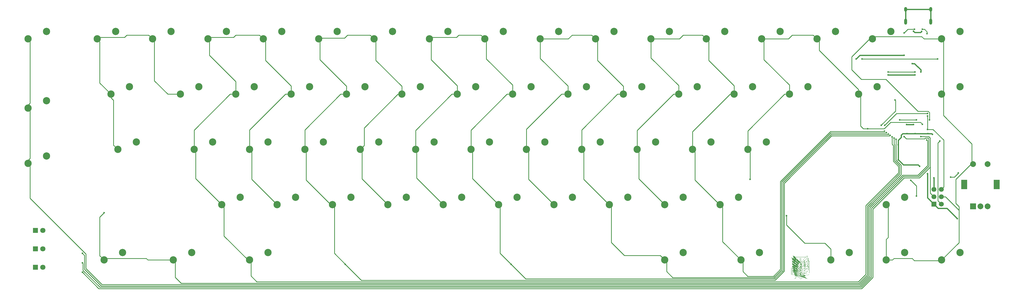
<source format=gbr>
%TF.GenerationSoftware,KiCad,Pcbnew,9.0.2*%
%TF.CreationDate,2025-08-01T12:08:27+09:00*%
%TF.ProjectId,CL70_PCB,434c3730-5f50-4434-922e-6b696361645f,rev?*%
%TF.SameCoordinates,Original*%
%TF.FileFunction,Copper,L1,Top*%
%TF.FilePolarity,Positive*%
%FSLAX46Y46*%
G04 Gerber Fmt 4.6, Leading zero omitted, Abs format (unit mm)*
G04 Created by KiCad (PCBNEW 9.0.2) date 2025-08-01 12:08:27*
%MOMM*%
%LPD*%
G01*
G04 APERTURE LIST*
%TA.AperFunction,EtchedComponent*%
%ADD10C,0.000000*%
%TD*%
%TA.AperFunction,ComponentPad*%
%ADD11C,2.500000*%
%TD*%
%TA.AperFunction,ComponentPad*%
%ADD12R,1.800000X1.800000*%
%TD*%
%TA.AperFunction,ComponentPad*%
%ADD13C,1.800000*%
%TD*%
%TA.AperFunction,ComponentPad*%
%ADD14R,2.000000X2.000000*%
%TD*%
%TA.AperFunction,ComponentPad*%
%ADD15C,2.000000*%
%TD*%
%TA.AperFunction,ComponentPad*%
%ADD16R,2.000000X3.200000*%
%TD*%
%TA.AperFunction,ComponentPad*%
%ADD17C,1.700000*%
%TD*%
%TA.AperFunction,ComponentPad*%
%ADD18R,1.700000X1.700000*%
%TD*%
%TA.AperFunction,ComponentPad*%
%ADD19O,1.000000X1.600000*%
%TD*%
%TA.AperFunction,ComponentPad*%
%ADD20O,1.000000X2.100000*%
%TD*%
%TA.AperFunction,ViaPad*%
%ADD21C,0.600000*%
%TD*%
%TA.AperFunction,Conductor*%
%ADD22C,0.254000*%
%TD*%
%TA.AperFunction,Conductor*%
%ADD23C,0.381000*%
%TD*%
G04 APERTURE END LIST*
D10*
%TA.AperFunction,EtchedComponent*%
%TO.C,G\u002A\u002A\u002A*%
G36*
X308301542Y-189172936D02*
G01*
X308380034Y-189199379D01*
X308405338Y-189210415D01*
X308499565Y-189253188D01*
X308485810Y-189393260D01*
X308473456Y-189488473D01*
X308458488Y-189542109D01*
X308439594Y-189557018D01*
X308418264Y-189539830D01*
X308391340Y-189498851D01*
X308354667Y-189435700D01*
X308314413Y-189362011D01*
X308276740Y-189289420D01*
X308247816Y-189229561D01*
X308233804Y-189194069D01*
X308233333Y-189190833D01*
X308251138Y-189169916D01*
X308301542Y-189172936D01*
G37*
%TD.AperFunction*%
%TA.AperFunction,EtchedComponent*%
G36*
X308005585Y-188087701D02*
G01*
X308068518Y-188106583D01*
X308162229Y-188138428D01*
X308281285Y-188180713D01*
X308568205Y-188283649D01*
X308561880Y-188497123D01*
X308557450Y-188599928D01*
X308550614Y-188665555D01*
X308540050Y-188701257D01*
X308524436Y-188714287D01*
X308522222Y-188714664D01*
X308488149Y-188707849D01*
X308424799Y-188686182D01*
X308343167Y-188653610D01*
X308300000Y-188634941D01*
X308111111Y-188551149D01*
X308028780Y-188331130D01*
X307994760Y-188238966D01*
X307967383Y-188162425D01*
X307949970Y-188110937D01*
X307945447Y-188094444D01*
X307949651Y-188083070D01*
X307967830Y-188080343D01*
X308005585Y-188087701D01*
G37*
%TD.AperFunction*%
%TA.AperFunction,EtchedComponent*%
G36*
X308042127Y-188622293D02*
G01*
X308099936Y-188639261D01*
X308181924Y-188668381D01*
X308279793Y-188706890D01*
X308291178Y-188711583D01*
X308549806Y-188818680D01*
X308535424Y-188959061D01*
X308521913Y-189066262D01*
X308507080Y-189132938D01*
X308489890Y-189163008D01*
X308480955Y-189165631D01*
X308454176Y-189157331D01*
X308399421Y-189136885D01*
X308344444Y-189115108D01*
X308289787Y-189091707D01*
X308249772Y-189067992D01*
X308216802Y-189035341D01*
X308183280Y-188985130D01*
X308141611Y-188908734D01*
X308111632Y-188850807D01*
X308068186Y-188762418D01*
X308035778Y-188688636D01*
X308017982Y-188638153D01*
X308016797Y-188620239D01*
X308042127Y-188622293D01*
G37*
%TD.AperFunction*%
%TA.AperFunction,EtchedComponent*%
G36*
X307884459Y-187332269D02*
G01*
X307943376Y-187360130D01*
X308027638Y-187402383D01*
X308130396Y-187455605D01*
X308224403Y-187505432D01*
X308566666Y-187688642D01*
X308568366Y-187888765D01*
X308569969Y-187983205D01*
X308572794Y-188064072D01*
X308576336Y-188118533D01*
X308577862Y-188130169D01*
X308578382Y-188180168D01*
X308565180Y-188220078D01*
X308547622Y-188232181D01*
X308523527Y-188222230D01*
X308467707Y-188195816D01*
X308387997Y-188156737D01*
X308292228Y-188108789D01*
X308272463Y-188098787D01*
X308146692Y-188032257D01*
X308054327Y-187974507D01*
X307987562Y-187917672D01*
X307938593Y-187853886D01*
X307899616Y-187775285D01*
X307868897Y-187692088D01*
X307850880Y-187620813D01*
X307839070Y-187538302D01*
X307833810Y-187455897D01*
X307835442Y-187384940D01*
X307844308Y-187336773D01*
X307857736Y-187322222D01*
X307884459Y-187332269D01*
G37*
%TD.AperFunction*%
%TA.AperFunction,EtchedComponent*%
G36*
X307198596Y-188871562D02*
G01*
X307290142Y-188874912D01*
X307368747Y-188882225D01*
X307446114Y-188895910D01*
X307533946Y-188918374D01*
X307643945Y-188952025D01*
X307736488Y-188982233D01*
X308057176Y-189088277D01*
X308146147Y-189224835D01*
X308196547Y-189298488D01*
X308243899Y-189361439D01*
X308278124Y-189400309D01*
X308278670Y-189400807D01*
X308314667Y-189440693D01*
X308316435Y-189465394D01*
X308282257Y-189475116D01*
X308210412Y-189470065D01*
X308099184Y-189450449D01*
X308015656Y-189432413D01*
X307908019Y-189403303D01*
X307773009Y-189359633D01*
X307623297Y-189306123D01*
X307471553Y-189247492D01*
X307330450Y-189188462D01*
X307212658Y-189133751D01*
X307209110Y-189131971D01*
X307140967Y-189089789D01*
X307074322Y-189035643D01*
X307018135Y-188978613D01*
X306981363Y-188927780D01*
X306972873Y-188892489D01*
X306998030Y-188879313D01*
X307063723Y-188872227D01*
X307171556Y-188871084D01*
X307198596Y-188871562D01*
G37*
%TD.AperFunction*%
%TA.AperFunction,EtchedComponent*%
G36*
X307518187Y-189416716D02*
G01*
X307520170Y-189416852D01*
X307585549Y-189425020D01*
X307678454Y-189441480D01*
X307790589Y-189464255D01*
X307913661Y-189491367D01*
X308039374Y-189520840D01*
X308159433Y-189550695D01*
X308265542Y-189578955D01*
X308349407Y-189603642D01*
X308402732Y-189622780D01*
X308416324Y-189630486D01*
X308418184Y-189657619D01*
X308408626Y-189715918D01*
X308389642Y-189794173D01*
X308383111Y-189817435D01*
X308333573Y-189988888D01*
X308255675Y-189986116D01*
X308185545Y-189981054D01*
X308099512Y-189971517D01*
X308064491Y-189966733D01*
X307977143Y-189950822D01*
X307891369Y-189930441D01*
X307864491Y-189922595D01*
X307754118Y-189877758D01*
X307644815Y-189816134D01*
X307542846Y-189743421D01*
X307454476Y-189665315D01*
X307385973Y-189587516D01*
X307343600Y-189515719D01*
X307333623Y-189455624D01*
X307336994Y-189442916D01*
X307350399Y-189423866D01*
X307378577Y-189414073D01*
X307431262Y-189412151D01*
X307518187Y-189416716D01*
G37*
%TD.AperFunction*%
%TA.AperFunction,EtchedComponent*%
G36*
X307999670Y-184938264D02*
G01*
X308046129Y-184981720D01*
X308106593Y-185045585D01*
X308161771Y-185108381D01*
X308294190Y-185255265D01*
X308430056Y-185386719D01*
X308580333Y-185512296D01*
X308755991Y-185641550D01*
X308840118Y-185699330D01*
X308929293Y-185761964D01*
X309001713Y-185817443D01*
X309050880Y-185860443D01*
X309070296Y-185885639D01*
X309070158Y-185887803D01*
X309052764Y-185918930D01*
X309017742Y-185972929D01*
X308971818Y-186040285D01*
X308921717Y-186111480D01*
X308874166Y-186176997D01*
X308835888Y-186227319D01*
X308813610Y-186252929D01*
X308811111Y-186254375D01*
X308788051Y-186243397D01*
X308737803Y-186214870D01*
X308670881Y-186174780D01*
X308665422Y-186171437D01*
X308498607Y-186062905D01*
X308359956Y-185957434D01*
X308235553Y-185843789D01*
X308154991Y-185759395D01*
X308073658Y-185663945D01*
X308016172Y-185577267D01*
X307977338Y-185486642D01*
X307951961Y-185379348D01*
X307934844Y-185242664D01*
X307932246Y-185214042D01*
X307925283Y-185078082D01*
X307931794Y-184984393D01*
X307951776Y-184933008D01*
X307974273Y-184922222D01*
X307999670Y-184938264D01*
G37*
%TD.AperFunction*%
%TA.AperFunction,EtchedComponent*%
G36*
X311554523Y-189279635D02*
G01*
X311610498Y-189289717D01*
X311631463Y-189314788D01*
X311622121Y-189361610D01*
X311587180Y-189436949D01*
X311579766Y-189451630D01*
X311497923Y-189572270D01*
X311382614Y-189684989D01*
X311244770Y-189779875D01*
X311181769Y-189812501D01*
X311082097Y-189854074D01*
X310972638Y-189891438D01*
X310861202Y-189922956D01*
X310755599Y-189946993D01*
X310663640Y-189961910D01*
X310593134Y-189966071D01*
X310551894Y-189957839D01*
X310544444Y-189946069D01*
X310555061Y-189921949D01*
X310606919Y-189921949D01*
X310681237Y-189908595D01*
X310745029Y-189895629D01*
X310829193Y-189876646D01*
X310885125Y-189863214D01*
X311092624Y-189796204D01*
X311268368Y-189706398D01*
X311409152Y-189595783D01*
X311503362Y-189480007D01*
X311547972Y-189404454D01*
X311563517Y-189357600D01*
X311547843Y-189332774D01*
X311498797Y-189323306D01*
X311452426Y-189322222D01*
X311385409Y-189327386D01*
X311310352Y-189344944D01*
X311216857Y-189377995D01*
X311099634Y-189427386D01*
X311014221Y-189464797D01*
X310950204Y-189494602D01*
X310900842Y-189523240D01*
X310859389Y-189557150D01*
X310819103Y-189602771D01*
X310773240Y-189666542D01*
X310715057Y-189754904D01*
X310647904Y-189858743D01*
X310606919Y-189921949D01*
X310555061Y-189921949D01*
X310555840Y-189920179D01*
X310586787Y-189865432D01*
X310632424Y-189790113D01*
X310682370Y-189711068D01*
X310820295Y-189496663D01*
X311052314Y-189387220D01*
X311156060Y-189339292D01*
X311232826Y-189307831D01*
X311295370Y-189289400D01*
X311356454Y-189280566D01*
X311428836Y-189277893D01*
X311458833Y-189277777D01*
X311554523Y-189279635D01*
G37*
%TD.AperFunction*%
%TA.AperFunction,EtchedComponent*%
G36*
X311998180Y-188557169D02*
G01*
X312043744Y-188578292D01*
X312055555Y-188606816D01*
X312041250Y-188637405D01*
X312002909Y-188691933D01*
X311947391Y-188762390D01*
X311881556Y-188840766D01*
X311812263Y-188919050D01*
X311746372Y-188989234D01*
X311690743Y-189043307D01*
X311660677Y-189067919D01*
X311626179Y-189086059D01*
X311559540Y-189116297D01*
X311468653Y-189155439D01*
X311361409Y-189200293D01*
X311245702Y-189247666D01*
X311129424Y-189294365D01*
X311020468Y-189337197D01*
X310926726Y-189372970D01*
X310856092Y-189398491D01*
X310816457Y-189410567D01*
X310812298Y-189411111D01*
X310789736Y-189397879D01*
X310788888Y-189393077D01*
X310797621Y-189366890D01*
X310812600Y-189330389D01*
X310879954Y-189330389D01*
X310883551Y-189338091D01*
X310912607Y-189326517D01*
X310975438Y-189301465D01*
X311064539Y-189265929D01*
X311172406Y-189222901D01*
X311255555Y-189189729D01*
X311396655Y-189132246D01*
X311505840Y-189083166D01*
X311592936Y-189035637D01*
X311667772Y-188982807D01*
X311740177Y-188917824D01*
X311819979Y-188833837D01*
X311906780Y-188735727D01*
X312020985Y-188604788D01*
X311899381Y-188615828D01*
X311816581Y-188631856D01*
X311699880Y-188668273D01*
X311547539Y-188725668D01*
X311415315Y-188780100D01*
X311052852Y-188933333D01*
X310954422Y-189141182D01*
X310916562Y-189225295D01*
X310890818Y-189290921D01*
X310879954Y-189330389D01*
X310812600Y-189330389D01*
X310821395Y-189308959D01*
X310856569Y-189227867D01*
X310899156Y-189132966D01*
X311009423Y-188890889D01*
X311271378Y-188784344D01*
X311380595Y-188739458D01*
X311483365Y-188696397D01*
X311568019Y-188660100D01*
X311622222Y-188635823D01*
X311729891Y-188592717D01*
X311833566Y-188564896D01*
X311925558Y-188552875D01*
X311998180Y-188557169D01*
G37*
%TD.AperFunction*%
%TA.AperFunction,EtchedComponent*%
G36*
X312143286Y-187828678D02*
G01*
X312160040Y-187848119D01*
X312158670Y-187900014D01*
X312127805Y-187975210D01*
X312071328Y-188067657D01*
X311993117Y-188171304D01*
X311897054Y-188280101D01*
X311855989Y-188322222D01*
X311666666Y-188511111D01*
X311320355Y-188627777D01*
X311180696Y-188674467D01*
X311077607Y-188707811D01*
X311005716Y-188729159D01*
X310959646Y-188739861D01*
X310934025Y-188741266D01*
X310923478Y-188734724D01*
X310922150Y-188727777D01*
X310930837Y-188702488D01*
X310950274Y-188655418D01*
X311015528Y-188655418D01*
X311016179Y-188672779D01*
X311016913Y-188672600D01*
X311046849Y-188662273D01*
X311110646Y-188640431D01*
X311200090Y-188609879D01*
X311306970Y-188573426D01*
X311355555Y-188556870D01*
X311666666Y-188450883D01*
X311826078Y-188286671D01*
X311900630Y-188204401D01*
X311973059Y-188114949D01*
X312037283Y-188026943D01*
X312087219Y-187949014D01*
X312116786Y-187889793D01*
X312122222Y-187866457D01*
X312102441Y-187857867D01*
X312049891Y-187859191D01*
X311974756Y-187868936D01*
X311887222Y-187885610D01*
X311797476Y-187907722D01*
X311755555Y-187920161D01*
X311676909Y-187950359D01*
X311576611Y-187996268D01*
X311470829Y-188050257D01*
X311418647Y-188079206D01*
X311215072Y-188195969D01*
X311102227Y-188439156D01*
X311061209Y-188531335D01*
X311031424Y-188605846D01*
X311015528Y-188655418D01*
X310950274Y-188655418D01*
X310954714Y-188644665D01*
X310990424Y-188562163D01*
X311034610Y-188462839D01*
X311048735Y-188431556D01*
X311094838Y-188329531D01*
X311131821Y-188252858D01*
X311166621Y-188194867D01*
X311206171Y-188148886D01*
X311257410Y-188108245D01*
X311327271Y-188066273D01*
X311422692Y-188016298D01*
X311544444Y-187954771D01*
X311664409Y-187901037D01*
X311786308Y-187858659D01*
X311902642Y-187828935D01*
X312005914Y-187813164D01*
X312088628Y-187812646D01*
X312143286Y-187828678D01*
G37*
%TD.AperFunction*%
%TA.AperFunction,EtchedComponent*%
G36*
X311037366Y-188272922D02*
G01*
X311033792Y-188298088D01*
X311010972Y-188354900D01*
X310972035Y-188436601D01*
X310920108Y-188536433D01*
X310889152Y-188593016D01*
X310721818Y-188893990D01*
X310283131Y-189074885D01*
X310121331Y-189141088D01*
X309996455Y-189190882D01*
X309904687Y-189225620D01*
X309842210Y-189246656D01*
X309805206Y-189255340D01*
X309789859Y-189253026D01*
X309788896Y-189250000D01*
X309796934Y-189228591D01*
X309818857Y-189174220D01*
X309824631Y-189160148D01*
X309884655Y-189160148D01*
X309899872Y-189161654D01*
X309949064Y-189147813D01*
X310025416Y-189120931D01*
X310122112Y-189083310D01*
X310170214Y-189063588D01*
X310287372Y-189015009D01*
X310400049Y-188968603D01*
X310496938Y-188929007D01*
X310566734Y-188900856D01*
X310577777Y-188896483D01*
X310625977Y-188875934D01*
X310663195Y-188853089D01*
X310696194Y-188820098D01*
X310731734Y-188769111D01*
X310776580Y-188692277D01*
X310817600Y-188618050D01*
X310866496Y-188526682D01*
X310905137Y-188450207D01*
X310929704Y-188396499D01*
X310936378Y-188373435D01*
X310936278Y-188373315D01*
X310914220Y-188379552D01*
X310858315Y-188402708D01*
X310774593Y-188440074D01*
X310669083Y-188488940D01*
X310547814Y-188546598D01*
X310509740Y-188564974D01*
X310383648Y-188625442D01*
X310270325Y-188678664D01*
X310176121Y-188721751D01*
X310107385Y-188751810D01*
X310070465Y-188765952D01*
X310066761Y-188766666D01*
X310047342Y-188785984D01*
X310017861Y-188837641D01*
X309983409Y-188912198D01*
X309967918Y-188950000D01*
X309934176Y-189035393D01*
X309906080Y-189106345D01*
X309888064Y-189151662D01*
X309884655Y-189160148D01*
X309824631Y-189160148D01*
X309851391Y-189094924D01*
X309891259Y-188998738D01*
X309894451Y-188991071D01*
X309939793Y-188884101D01*
X309973820Y-188810913D01*
X310001484Y-188763931D01*
X310027738Y-188735575D01*
X310057533Y-188718267D01*
X310077777Y-188710518D01*
X310120609Y-188692631D01*
X310195976Y-188658137D01*
X310296728Y-188610433D01*
X310415714Y-188552918D01*
X310545782Y-188488991D01*
X310586900Y-188468569D01*
X310716717Y-188405199D01*
X310831968Y-188351371D01*
X310926917Y-188309575D01*
X310995827Y-188282305D01*
X311032960Y-188272051D01*
X311037366Y-188272922D01*
G37*
%TD.AperFunction*%
%TA.AperFunction,EtchedComponent*%
G36*
X311100335Y-187511318D02*
G01*
X311098842Y-187534742D01*
X311082479Y-187591784D01*
X311053700Y-187675134D01*
X311014959Y-187777482D01*
X310990305Y-187839196D01*
X310861639Y-188155555D01*
X310397486Y-188393403D01*
X310265643Y-188460656D01*
X310146936Y-188520625D01*
X310047082Y-188570468D01*
X309971798Y-188607345D01*
X309926801Y-188628414D01*
X309916666Y-188632292D01*
X309900934Y-188615708D01*
X309899615Y-188605555D01*
X309905107Y-188565343D01*
X309911086Y-188538888D01*
X309967047Y-188538888D01*
X309970708Y-188542605D01*
X309985769Y-188539226D01*
X310017001Y-188526546D01*
X310069177Y-188502360D01*
X310147069Y-188464464D01*
X310255448Y-188410652D01*
X310385210Y-188345682D01*
X310507905Y-188283294D01*
X310617549Y-188225965D01*
X310707668Y-188177206D01*
X310771790Y-188140532D01*
X310803442Y-188119455D01*
X310804949Y-188117905D01*
X310820902Y-188089310D01*
X310848301Y-188031682D01*
X310883115Y-187954429D01*
X310921311Y-187866954D01*
X310958857Y-187778665D01*
X310991720Y-187698966D01*
X311015869Y-187637263D01*
X311027270Y-187602963D01*
X311027390Y-187599043D01*
X311007725Y-187608789D01*
X310956553Y-187638272D01*
X310880069Y-187683692D01*
X310784468Y-187741252D01*
X310675944Y-187807153D01*
X310560693Y-187877598D01*
X310444909Y-187948788D01*
X310334787Y-188016924D01*
X310236523Y-188078209D01*
X310156310Y-188128844D01*
X310100345Y-188165031D01*
X310074821Y-188182972D01*
X310074475Y-188183302D01*
X310061783Y-188210347D01*
X310041784Y-188267327D01*
X310018425Y-188341181D01*
X309995651Y-188418849D01*
X309977409Y-188487268D01*
X309967643Y-188533378D01*
X309967047Y-188538888D01*
X309911086Y-188538888D01*
X309920202Y-188498548D01*
X309941858Y-188415619D01*
X309967034Y-188327000D01*
X309992687Y-188243140D01*
X310015777Y-188174485D01*
X310033260Y-188131482D01*
X310040350Y-188122222D01*
X310063767Y-188111092D01*
X310119923Y-188079711D01*
X310203688Y-188031087D01*
X310309931Y-187968233D01*
X310433522Y-187894158D01*
X310569330Y-187811872D01*
X310570744Y-187811011D01*
X310706456Y-187729168D01*
X310829988Y-187656228D01*
X310936236Y-187595080D01*
X311020096Y-187548611D01*
X311076465Y-187519711D01*
X311100239Y-187511266D01*
X311100335Y-187511318D01*
G37*
%TD.AperFunction*%
%TA.AperFunction,EtchedComponent*%
G36*
X306872222Y-187622114D02*
G01*
X306912088Y-187631451D01*
X306982525Y-187641938D01*
X307069769Y-187651592D01*
X307088888Y-187653323D01*
X307173802Y-187662047D01*
X307237331Y-187674454D01*
X307293641Y-187696061D01*
X307356896Y-187732380D01*
X307441263Y-187788928D01*
X307446555Y-187792568D01*
X307539568Y-187852166D01*
X307634607Y-187905784D01*
X307716120Y-187944890D01*
X307742520Y-187954916D01*
X307826663Y-187991587D01*
X307874244Y-188032269D01*
X307879089Y-188041179D01*
X307894979Y-188088963D01*
X307914204Y-188162235D01*
X307934444Y-188249810D01*
X307953380Y-188340504D01*
X307968693Y-188423132D01*
X307978062Y-188486509D01*
X307979169Y-188519451D01*
X307978577Y-188520928D01*
X307951282Y-188528026D01*
X307894751Y-188523892D01*
X307822147Y-188510618D01*
X307746635Y-188490298D01*
X307713584Y-188478795D01*
X307665810Y-188464533D01*
X307639623Y-188464098D01*
X307639409Y-188464293D01*
X307653356Y-188475271D01*
X307699634Y-188493924D01*
X307759158Y-188513390D01*
X307832600Y-188538067D01*
X307889885Y-188561904D01*
X307914019Y-188576252D01*
X307931757Y-188604620D01*
X307960917Y-188662554D01*
X307996411Y-188738589D01*
X308033151Y-188821258D01*
X308066047Y-188899095D01*
X308090013Y-188960633D01*
X308099959Y-188994406D01*
X308100000Y-188995358D01*
X308096155Y-189004681D01*
X308079672Y-189007753D01*
X308043125Y-189003686D01*
X307979087Y-188991589D01*
X307880134Y-188970572D01*
X307864073Y-188967085D01*
X307716857Y-188931141D01*
X307565613Y-188887305D01*
X307419533Y-188838862D01*
X307287807Y-188789098D01*
X307179625Y-188741298D01*
X307104176Y-188698747D01*
X307095176Y-188692203D01*
X307014269Y-188619544D01*
X306946301Y-188538597D01*
X306895268Y-188457025D01*
X306865167Y-188382493D01*
X306859992Y-188322666D01*
X306883177Y-188285551D01*
X306918147Y-188277839D01*
X306983401Y-188273969D01*
X307064882Y-188274770D01*
X307065731Y-188274805D01*
X307156459Y-188282312D01*
X307236233Y-188299806D01*
X307322856Y-188332258D01*
X307400842Y-188368343D01*
X307501631Y-188415816D01*
X307566951Y-188443762D01*
X307595891Y-188452135D01*
X307587543Y-188440888D01*
X307540997Y-188409976D01*
X307477656Y-188372222D01*
X307375492Y-188302953D01*
X307261811Y-188209761D01*
X307146780Y-188102575D01*
X307040567Y-187991328D01*
X306953337Y-187885950D01*
X306903232Y-187811111D01*
X306856809Y-187720265D01*
X306835407Y-187656409D01*
X306839493Y-187622395D01*
X306869534Y-187621071D01*
X306872222Y-187622114D01*
G37*
%TD.AperFunction*%
%TA.AperFunction,EtchedComponent*%
G36*
X307054990Y-183297085D02*
G01*
X307106900Y-183321338D01*
X307167087Y-183355815D01*
X307256517Y-183404181D01*
X307355197Y-183447616D01*
X307410780Y-183467096D01*
X307482566Y-183488553D01*
X307538665Y-183505394D01*
X307560509Y-183512011D01*
X307586948Y-183532817D01*
X307630398Y-183579452D01*
X307681563Y-183641920D01*
X307682731Y-183643431D01*
X307777777Y-183766497D01*
X308400000Y-183764898D01*
X308549845Y-183764240D01*
X308736632Y-183762980D01*
X308952863Y-183761191D01*
X309191041Y-183758948D01*
X309443667Y-183756324D01*
X309703244Y-183753395D01*
X309962275Y-183750234D01*
X310205026Y-183747029D01*
X311387830Y-183730759D01*
X311549470Y-183574992D01*
X311645110Y-183489890D01*
X311739122Y-183418802D01*
X311824477Y-183365979D01*
X311894146Y-183335672D01*
X311941099Y-183332130D01*
X311946738Y-183334750D01*
X311956852Y-183362763D01*
X311960838Y-183421382D01*
X311959284Y-183497280D01*
X311952779Y-183577132D01*
X311941911Y-183647610D01*
X311931200Y-183686433D01*
X311930865Y-183699796D01*
X311945685Y-183709558D01*
X311981653Y-183716464D01*
X312044761Y-183721259D01*
X312141003Y-183724688D01*
X312258960Y-183727187D01*
X312600000Y-183733333D01*
X312605862Y-186741798D01*
X312606616Y-187211859D01*
X312606977Y-187644581D01*
X312606948Y-188039313D01*
X312606532Y-188395408D01*
X312605734Y-188712214D01*
X312604556Y-188989085D01*
X312603002Y-189225369D01*
X312601075Y-189420419D01*
X312598779Y-189573585D01*
X312596117Y-189684218D01*
X312593092Y-189751669D01*
X312589912Y-189775131D01*
X312565774Y-189790304D01*
X312506256Y-189822953D01*
X312415785Y-189870784D01*
X312298788Y-189931504D01*
X312159691Y-190002819D01*
X312002920Y-190082436D01*
X311832902Y-190168062D01*
X311791343Y-190188888D01*
X311619907Y-190274986D01*
X311461550Y-190355029D01*
X311320539Y-190426822D01*
X311201143Y-190488169D01*
X311107628Y-190536874D01*
X311044263Y-190570741D01*
X311015315Y-190587575D01*
X311013952Y-190588888D01*
X311031641Y-190603566D01*
X311081472Y-190638351D01*
X311158009Y-190689618D01*
X311255816Y-190753744D01*
X311369457Y-190827103D01*
X311413949Y-190855555D01*
X311558066Y-190948675D01*
X311668065Y-191023038D01*
X311748206Y-191082303D01*
X311802750Y-191130129D01*
X311835956Y-191170173D01*
X311852084Y-191206095D01*
X311855555Y-191234779D01*
X311851603Y-191246461D01*
X311837008Y-191251405D01*
X311807660Y-191248343D01*
X311759449Y-191236005D01*
X311688267Y-191213122D01*
X311590004Y-191178426D01*
X311460551Y-191130646D01*
X311295798Y-191068514D01*
X311203266Y-191033333D01*
X311050559Y-190975630D01*
X310910492Y-190923571D01*
X310788689Y-190879177D01*
X310690772Y-190844469D01*
X310622363Y-190821467D01*
X310589085Y-190812193D01*
X310587665Y-190812099D01*
X310559657Y-190822062D01*
X310497868Y-190849550D01*
X310408067Y-190891814D01*
X310296024Y-190946104D01*
X310167507Y-191009669D01*
X310062041Y-191062655D01*
X309568526Y-191312221D01*
X309047482Y-191051518D01*
X308526438Y-190790815D01*
X308029885Y-191011884D01*
X307891667Y-191073136D01*
X307766890Y-191127889D01*
X307661289Y-191173672D01*
X307580597Y-191208012D01*
X307530549Y-191228438D01*
X307516666Y-191233143D01*
X307499755Y-191219361D01*
X307506937Y-191188400D01*
X307533447Y-191156885D01*
X307539770Y-191152520D01*
X307567297Y-191131601D01*
X307621336Y-191087717D01*
X307635511Y-191075973D01*
X307719790Y-191075973D01*
X307731400Y-191074305D01*
X307762142Y-191063578D01*
X307815253Y-191042446D01*
X307893970Y-191009566D01*
X308001530Y-190963593D01*
X308141170Y-190903184D01*
X308316128Y-190826995D01*
X308449099Y-190768908D01*
X308460121Y-190764089D01*
X308611111Y-190764089D01*
X308629866Y-190776369D01*
X308681722Y-190805190D01*
X308760059Y-190847146D01*
X308858259Y-190898834D01*
X308969705Y-190956850D01*
X309087779Y-191017787D01*
X309205861Y-191078242D01*
X309317335Y-191134810D01*
X309415583Y-191184086D01*
X309493986Y-191222667D01*
X309545925Y-191247146D01*
X309563983Y-191254290D01*
X309585295Y-191244977D01*
X309640546Y-191218156D01*
X309724141Y-191176619D01*
X309830480Y-191123161D01*
X309953967Y-191060574D01*
X310036205Y-191018656D01*
X310167123Y-190951190D01*
X310283723Y-190889960D01*
X310380511Y-190837947D01*
X310451990Y-190798130D01*
X310492663Y-190773492D01*
X310500000Y-190767159D01*
X310480631Y-190753231D01*
X310430446Y-190732113D01*
X310376444Y-190713613D01*
X310308778Y-190687805D01*
X310268404Y-190663167D01*
X310261468Y-190648928D01*
X310285505Y-190635817D01*
X310344063Y-190619044D01*
X310427538Y-190600267D01*
X310526327Y-190581148D01*
X310630824Y-190563345D01*
X310731428Y-190548518D01*
X310818533Y-190538326D01*
X310882536Y-190534430D01*
X310910221Y-190536821D01*
X310939758Y-190532181D01*
X311001982Y-190509444D01*
X311098040Y-190468086D01*
X311229079Y-190407583D01*
X311396247Y-190327411D01*
X311600689Y-190227044D01*
X311749110Y-190153225D01*
X312544444Y-189756049D01*
X312544444Y-186760110D01*
X312544444Y-183764172D01*
X312220148Y-183770975D01*
X311895853Y-183777777D01*
X311843423Y-183906743D01*
X311790993Y-184035709D01*
X312035387Y-184031819D01*
X312135247Y-184031366D01*
X312217900Y-184033127D01*
X312273730Y-184036763D01*
X312292816Y-184040965D01*
X312296307Y-184065927D01*
X312299134Y-184129062D01*
X312301192Y-184224102D01*
X312302373Y-184344778D01*
X312302573Y-184484821D01*
X312302093Y-184587877D01*
X312298335Y-185121755D01*
X312358555Y-185098859D01*
X312427740Y-185082773D01*
X312466350Y-185098776D01*
X312474392Y-185146915D01*
X312451869Y-185227232D01*
X312398786Y-185339773D01*
X312386307Y-185362871D01*
X312294837Y-185529534D01*
X312301165Y-185798100D01*
X312303524Y-185940275D01*
X312304672Y-186102065D01*
X312304492Y-186258654D01*
X312303747Y-186336185D01*
X312300000Y-186605705D01*
X312157258Y-186596373D01*
X312014517Y-186587041D01*
X311948734Y-186682409D01*
X311900684Y-186747034D01*
X311853851Y-186802165D01*
X311835919Y-186820110D01*
X311801552Y-186857875D01*
X311788888Y-186883849D01*
X311810223Y-186892315D01*
X311870923Y-186897278D01*
X311966028Y-186898518D01*
X312072222Y-186896419D01*
X312355555Y-186887583D01*
X312349580Y-188210458D01*
X312348334Y-188449385D01*
X312346833Y-188675385D01*
X312345126Y-188884488D01*
X312343260Y-189072727D01*
X312341282Y-189236135D01*
X312339240Y-189370744D01*
X312337183Y-189472586D01*
X312335157Y-189537694D01*
X312333318Y-189561872D01*
X312311228Y-189579100D01*
X312254560Y-189612450D01*
X312168878Y-189658958D01*
X312059743Y-189715662D01*
X311932717Y-189779598D01*
X311828183Y-189830938D01*
X311673375Y-189907514D01*
X311540113Y-189976096D01*
X311432714Y-190034313D01*
X311355497Y-190079795D01*
X311312781Y-190110172D01*
X311306480Y-190117283D01*
X311264468Y-190165244D01*
X311192483Y-190224277D01*
X311101137Y-190287339D01*
X311001043Y-190347388D01*
X310902812Y-190397380D01*
X310853177Y-190418130D01*
X310760019Y-190450183D01*
X310645347Y-190485369D01*
X310531007Y-190517052D01*
X310509069Y-190522643D01*
X310345345Y-190574823D01*
X310149896Y-190657353D01*
X310000000Y-190730264D01*
X309892521Y-190784849D01*
X309799068Y-190832236D01*
X309726790Y-190868807D01*
X309682836Y-190890941D01*
X309673145Y-190895734D01*
X309665278Y-190878748D01*
X309657923Y-190827095D01*
X309652305Y-190750550D01*
X309650923Y-190718210D01*
X309644444Y-190533333D01*
X309550000Y-190526500D01*
X309455555Y-190519666D01*
X309455555Y-190720944D01*
X309454745Y-190809331D01*
X309452575Y-190877958D01*
X309449434Y-190916938D01*
X309447633Y-190922222D01*
X309425828Y-190913161D01*
X309371437Y-190888292D01*
X309291920Y-190851085D01*
X309194735Y-190805009D01*
X309160977Y-190788888D01*
X309057904Y-190740434D01*
X308968173Y-190699846D01*
X308899853Y-190670656D01*
X308861011Y-190656395D01*
X308856352Y-190655555D01*
X308820848Y-190663775D01*
X308765069Y-190684329D01*
X308702935Y-190711057D01*
X308648366Y-190737797D01*
X308615282Y-190758390D01*
X308611111Y-190764089D01*
X308460121Y-190764089D01*
X308802636Y-190614338D01*
X308933333Y-190614338D01*
X309144444Y-190722706D01*
X309233869Y-190767438D01*
X309310124Y-190803413D01*
X309363711Y-190826278D01*
X309383333Y-190832204D01*
X309399546Y-190816560D01*
X309408537Y-190765132D01*
X309411111Y-190681344D01*
X309409777Y-190599906D01*
X309403361Y-190551325D01*
X309388239Y-190524035D01*
X309360787Y-190506474D01*
X309355555Y-190504043D01*
X309311161Y-190475048D01*
X309305596Y-190441386D01*
X309338943Y-190395855D01*
X309356996Y-190378388D01*
X309396717Y-190329584D01*
X309397500Y-190325753D01*
X309455555Y-190325753D01*
X309527777Y-190310310D01*
X309586523Y-190292989D01*
X309627417Y-190272777D01*
X309627777Y-190272490D01*
X309652865Y-190233357D01*
X309655555Y-190217028D01*
X309645579Y-190196082D01*
X309608887Y-190193645D01*
X309577777Y-190198533D01*
X309527969Y-190204362D01*
X309505377Y-190194192D01*
X309509589Y-190162312D01*
X309528026Y-190126579D01*
X309589035Y-190126579D01*
X309608068Y-190129357D01*
X309657336Y-190120318D01*
X309705555Y-190107375D01*
X309772273Y-190087580D01*
X309868924Y-190058944D01*
X309982819Y-190025227D01*
X310101269Y-189990186D01*
X310107169Y-189988441D01*
X310212433Y-189956885D01*
X310300962Y-189929531D01*
X310364742Y-189908919D01*
X310395760Y-189897584D01*
X310397434Y-189896534D01*
X310412156Y-189875927D01*
X310445444Y-189829530D01*
X310487368Y-189771177D01*
X310529160Y-189709939D01*
X310556243Y-189664150D01*
X310562741Y-189644222D01*
X310540280Y-189649243D01*
X310482707Y-189668515D01*
X310396183Y-189699793D01*
X310286864Y-189740834D01*
X310160912Y-189789392D01*
X310114502Y-189807566D01*
X309963031Y-189867805D01*
X309847817Y-189915537D01*
X309763361Y-189953477D01*
X309704164Y-189984341D01*
X309664726Y-190010844D01*
X309639549Y-190035700D01*
X309632344Y-190045632D01*
X309603422Y-190093448D01*
X309589304Y-190124520D01*
X309589035Y-190126579D01*
X309528026Y-190126579D01*
X309540189Y-190103007D01*
X309567555Y-190057541D01*
X309600414Y-190000921D01*
X309619947Y-189953104D01*
X309629041Y-189899768D01*
X309630583Y-189826593D01*
X309628667Y-189754427D01*
X309628210Y-189740726D01*
X309716687Y-189740726D01*
X309717911Y-189744444D01*
X309742584Y-189736809D01*
X309802236Y-189715500D01*
X309890408Y-189682911D01*
X310000639Y-189641434D01*
X310126470Y-189593463D01*
X310155804Y-189582199D01*
X310577777Y-189419954D01*
X310664186Y-189270459D01*
X310703884Y-189199026D01*
X310731560Y-189143848D01*
X310742380Y-189114727D01*
X310741963Y-189112732D01*
X310720275Y-189117970D01*
X310664185Y-189135839D01*
X310581044Y-189163738D01*
X310478204Y-189199071D01*
X310363017Y-189239238D01*
X310242835Y-189281641D01*
X310125009Y-189323682D01*
X310016891Y-189362763D01*
X309925834Y-189396285D01*
X309859188Y-189421649D01*
X309824306Y-189436258D01*
X309821093Y-189438196D01*
X309806965Y-189464748D01*
X309785932Y-189517453D01*
X309762192Y-189583857D01*
X309739941Y-189651506D01*
X309723373Y-189707947D01*
X309716687Y-189740726D01*
X309628210Y-189740726D01*
X309622222Y-189561105D01*
X309538888Y-189711259D01*
X309489924Y-189803562D01*
X309463741Y-189865302D01*
X309458654Y-189903020D01*
X309472976Y-189923254D01*
X309483071Y-189927690D01*
X309499148Y-189943049D01*
X309491048Y-189978813D01*
X309483071Y-189997254D01*
X309467920Y-190052810D01*
X309457926Y-190132210D01*
X309455555Y-190191700D01*
X309455555Y-190325753D01*
X309397500Y-190325753D01*
X309408396Y-190272443D01*
X309406996Y-190240560D01*
X309402975Y-190191700D01*
X309400000Y-190155555D01*
X309300038Y-190326519D01*
X309249100Y-190410679D01*
X309208336Y-190466278D01*
X309166944Y-190503938D01*
X309114119Y-190534280D01*
X309066705Y-190555911D01*
X308933333Y-190614338D01*
X308802636Y-190614338D01*
X309155555Y-190460038D01*
X309283333Y-190244760D01*
X309334261Y-190158302D01*
X309375553Y-190086961D01*
X309402643Y-190038707D01*
X309411111Y-190021642D01*
X309392012Y-190028798D01*
X309338209Y-190052986D01*
X309254937Y-190091747D01*
X309147435Y-190142622D01*
X309020939Y-190203151D01*
X308890559Y-190266089D01*
X308370008Y-190518374D01*
X308051670Y-190790222D01*
X307951363Y-190875877D01*
X307863043Y-190951292D01*
X307792126Y-191011841D01*
X307744028Y-191052900D01*
X307724167Y-191069845D01*
X307724074Y-191069923D01*
X307719790Y-191075973D01*
X307635511Y-191075973D01*
X307694725Y-191026916D01*
X307780303Y-190955244D01*
X307870912Y-190878745D01*
X307959389Y-190803466D01*
X308038574Y-190735453D01*
X308101308Y-190680752D01*
X308140429Y-190645408D01*
X308140880Y-190644979D01*
X308142225Y-190634816D01*
X308128034Y-190618615D01*
X308095283Y-190594673D01*
X308040948Y-190561285D01*
X307962004Y-190516746D01*
X307855428Y-190459353D01*
X307718195Y-190387400D01*
X307547282Y-190299184D01*
X307339665Y-190193000D01*
X307332311Y-190189250D01*
X307153140Y-190098160D01*
X306985642Y-190013494D01*
X306834082Y-189937372D01*
X306702728Y-189871915D01*
X306595843Y-189819243D01*
X306517695Y-189781476D01*
X306472548Y-189760735D01*
X306463428Y-189757366D01*
X306423895Y-189739395D01*
X306416441Y-189731997D01*
X306413581Y-189706423D01*
X306412993Y-189688888D01*
X306466946Y-189688888D01*
X307333473Y-190126649D01*
X307515559Y-190218389D01*
X307685743Y-190303655D01*
X307839861Y-190380394D01*
X307973752Y-190446558D01*
X308083253Y-190500096D01*
X308164203Y-190538956D01*
X308212439Y-190561090D01*
X308224333Y-190565538D01*
X308256178Y-190551395D01*
X308288375Y-190522789D01*
X308334604Y-190483844D01*
X308369597Y-190465736D01*
X308406603Y-190445057D01*
X308405231Y-190421694D01*
X308371222Y-190398334D01*
X308310318Y-190377660D01*
X308292386Y-190374316D01*
X308426168Y-190374316D01*
X308443423Y-190384321D01*
X308470561Y-190385285D01*
X308512410Y-190375405D01*
X308573796Y-190352876D01*
X308659548Y-190315892D01*
X308774493Y-190262649D01*
X308923459Y-190191342D01*
X308950467Y-190178283D01*
X309078560Y-190115728D01*
X309192768Y-190058878D01*
X309287128Y-190010791D01*
X309355675Y-189974524D01*
X309392445Y-189953133D01*
X309396909Y-189949445D01*
X309397266Y-189916517D01*
X309392978Y-189908112D01*
X309368485Y-189910173D01*
X309307722Y-189931811D01*
X309213667Y-189971745D01*
X309089296Y-190028696D01*
X308937586Y-190101382D01*
X308894687Y-190122379D01*
X308761379Y-190188733D01*
X308643351Y-190249127D01*
X308545842Y-190300742D01*
X308474094Y-190340759D01*
X308433345Y-190366363D01*
X308426168Y-190374316D01*
X308292386Y-190374316D01*
X308228260Y-190362358D01*
X308133159Y-190355168D01*
X307989424Y-190340338D01*
X307876475Y-190306628D01*
X307785319Y-190257617D01*
X307705159Y-190198819D01*
X307644938Y-190138281D01*
X307613600Y-190084047D01*
X307611111Y-190067909D01*
X307606351Y-190048816D01*
X307588819Y-190027931D01*
X307553634Y-190002381D01*
X307495913Y-189969296D01*
X307410778Y-189925803D01*
X307293346Y-189869032D01*
X307190073Y-189820211D01*
X307063425Y-189759431D01*
X306950657Y-189702978D01*
X306857970Y-189654149D01*
X306791567Y-189616241D01*
X306757649Y-189592549D01*
X306754808Y-189588888D01*
X306752041Y-189561187D01*
X306749036Y-189493023D01*
X306745871Y-189388375D01*
X306742625Y-189251223D01*
X306739376Y-189085547D01*
X306736203Y-188895328D01*
X306733183Y-188684545D01*
X306730395Y-188457177D01*
X306728024Y-188228568D01*
X306725458Y-187933128D01*
X306723781Y-187679673D01*
X306723016Y-187465754D01*
X306723189Y-187288920D01*
X306724151Y-187168344D01*
X306778056Y-187168344D01*
X306778115Y-187267979D01*
X306778511Y-187399999D01*
X306779227Y-187560386D01*
X306780247Y-187745121D01*
X306781552Y-187950185D01*
X306783127Y-188171559D01*
X306784300Y-188323940D01*
X306794087Y-189558991D01*
X307253464Y-189787847D01*
X307404126Y-189862391D01*
X307520772Y-189918614D01*
X307608822Y-189958697D01*
X307673695Y-189984817D01*
X307720809Y-189999154D01*
X307755583Y-190003887D01*
X307783437Y-190001196D01*
X307783803Y-190001116D01*
X307840447Y-189996764D01*
X307923840Y-189999773D01*
X308017020Y-190009461D01*
X308027382Y-190010941D01*
X308142433Y-190027648D01*
X308220534Y-190040640D01*
X308268455Y-190054186D01*
X308292967Y-190072554D01*
X308300843Y-190100016D01*
X308298851Y-190140839D01*
X308295199Y-190179807D01*
X308292080Y-190256040D01*
X308299981Y-190299970D01*
X308320316Y-190322484D01*
X308355633Y-190340227D01*
X308366666Y-190343495D01*
X308378684Y-190324296D01*
X308401369Y-190272630D01*
X308406397Y-190259825D01*
X308459480Y-190259825D01*
X308476330Y-190255179D01*
X308526427Y-190234118D01*
X308603113Y-190199795D01*
X308699727Y-190155361D01*
X308809612Y-190103966D01*
X308926108Y-190048763D01*
X309042556Y-189992903D01*
X309152297Y-189939536D01*
X309248671Y-189891815D01*
X309325021Y-189852890D01*
X309366666Y-189830507D01*
X309439022Y-189768934D01*
X309509614Y-189668515D01*
X309517537Y-189654487D01*
X309552227Y-189588707D01*
X309574034Y-189541347D01*
X309578441Y-189522258D01*
X309578167Y-189522222D01*
X309562614Y-189527240D01*
X309525206Y-189543216D01*
X309462990Y-189571530D01*
X309373015Y-189613562D01*
X309252329Y-189670694D01*
X309097979Y-189744306D01*
X308907016Y-189835778D01*
X308877777Y-189849806D01*
X308555555Y-190004434D01*
X308511111Y-190123818D01*
X308485689Y-190191667D01*
X308466521Y-190242027D01*
X308459480Y-190259825D01*
X308406397Y-190259825D01*
X308430686Y-190197972D01*
X308444444Y-190160837D01*
X308511111Y-189977777D01*
X308942966Y-189765544D01*
X309070294Y-189702000D01*
X309183557Y-189643627D01*
X309276823Y-189593633D01*
X309344159Y-189555230D01*
X309379632Y-189531626D01*
X309383531Y-189527184D01*
X309368012Y-189525888D01*
X309316575Y-189543039D01*
X309232955Y-189577015D01*
X309120890Y-189626196D01*
X308984117Y-189688960D01*
X308826372Y-189763687D01*
X308722222Y-189814073D01*
X308643940Y-189849421D01*
X308580738Y-189872758D01*
X308543015Y-189880432D01*
X308537849Y-189878831D01*
X308534245Y-189850505D01*
X308542160Y-189793450D01*
X308593727Y-189793450D01*
X308594934Y-189811111D01*
X308616727Y-189802089D01*
X308673135Y-189776744D01*
X308758551Y-189737650D01*
X308867364Y-189687386D01*
X308993967Y-189628527D01*
X309090876Y-189583263D01*
X309282790Y-189493456D01*
X309455555Y-189493456D01*
X309466143Y-189507134D01*
X309502331Y-189497715D01*
X309544444Y-189477777D01*
X309598005Y-189446027D01*
X309629666Y-189418706D01*
X309633333Y-189410659D01*
X309629790Y-189393544D01*
X309612427Y-189392440D01*
X309571142Y-189408943D01*
X309534087Y-189426338D01*
X309483818Y-189457228D01*
X309456953Y-189487218D01*
X309455555Y-189493456D01*
X309282790Y-189493456D01*
X309577777Y-189355415D01*
X309670911Y-189166596D01*
X309711398Y-189083209D01*
X309743290Y-189015055D01*
X309762148Y-188971749D01*
X309765355Y-188962017D01*
X309747480Y-188968962D01*
X309696290Y-188996273D01*
X309616468Y-189041262D01*
X309512698Y-189101242D01*
X309389664Y-189173525D01*
X309252048Y-189255425D01*
X309209762Y-189280783D01*
X309026300Y-189392312D01*
X308876458Y-189486244D01*
X308761468Y-189561758D01*
X308682560Y-189618036D01*
X308640967Y-189654260D01*
X308634952Y-189663210D01*
X308607573Y-189741769D01*
X308593727Y-189793450D01*
X308542160Y-189793450D01*
X308542257Y-189792751D01*
X308558498Y-189724404D01*
X308596855Y-189586444D01*
X308992871Y-189348875D01*
X309145168Y-189255877D01*
X309259413Y-189182342D01*
X309337016Y-189127288D01*
X309379385Y-189089729D01*
X309388888Y-189072319D01*
X309383537Y-189039223D01*
X309378657Y-189034400D01*
X309433333Y-189034400D01*
X309435734Y-189064997D01*
X309448746Y-189074130D01*
X309481081Y-189060825D01*
X309541451Y-189024110D01*
X309544886Y-189021943D01*
X309605477Y-188975285D01*
X309631105Y-188930544D01*
X309633333Y-188909764D01*
X309633333Y-188853420D01*
X309533333Y-188922222D01*
X309469944Y-188974092D01*
X309436587Y-189019646D01*
X309433333Y-189034400D01*
X309378657Y-189034400D01*
X309377578Y-189033333D01*
X309356242Y-189044789D01*
X309303509Y-189076700D01*
X309225299Y-189125379D01*
X309127530Y-189187137D01*
X309016123Y-189258288D01*
X309005356Y-189265203D01*
X308893004Y-189336184D01*
X308793435Y-189396808D01*
X308712589Y-189443645D01*
X308656405Y-189473266D01*
X308630822Y-189482240D01*
X308630175Y-189481870D01*
X308627616Y-189456705D01*
X308629428Y-189412774D01*
X308676026Y-189412774D01*
X308760235Y-189359510D01*
X308804603Y-189331263D01*
X308879170Y-189283588D01*
X308976747Y-189221088D01*
X309090149Y-189148369D01*
X309212186Y-189070033D01*
X309233333Y-189056451D01*
X309350669Y-188980869D01*
X309455360Y-188913029D01*
X309541600Y-188856724D01*
X309603585Y-188815748D01*
X309635511Y-188793898D01*
X309638231Y-188791762D01*
X309650657Y-188765487D01*
X309671916Y-188705865D01*
X309698804Y-188622331D01*
X309722399Y-188543990D01*
X309751217Y-188446049D01*
X309776145Y-188362287D01*
X309794118Y-188302948D01*
X309801343Y-188280190D01*
X309805159Y-188269708D01*
X309806437Y-188262850D01*
X309801848Y-188262299D01*
X309788064Y-188270740D01*
X309761756Y-188290857D01*
X309719596Y-188325334D01*
X309658256Y-188376856D01*
X309574407Y-188448108D01*
X309464720Y-188541773D01*
X309325868Y-188660536D01*
X309262098Y-188715085D01*
X309137219Y-188821687D01*
X309021745Y-188919858D01*
X308920454Y-189005565D01*
X308838126Y-189074779D01*
X308779541Y-189123468D01*
X308749477Y-189147599D01*
X308748348Y-189148419D01*
X308715111Y-189196461D01*
X308693146Y-189283282D01*
X308691459Y-189295276D01*
X308676026Y-189412774D01*
X308629428Y-189412774D01*
X308629878Y-189401876D01*
X308635600Y-189331046D01*
X308643424Y-189257878D01*
X308651989Y-189196036D01*
X308659937Y-189159184D01*
X308662755Y-189154447D01*
X308680047Y-189140271D01*
X308726201Y-189101481D01*
X308796243Y-189042285D01*
X308885200Y-188966888D01*
X308988099Y-188879497D01*
X309027777Y-188845756D01*
X309164734Y-188727455D01*
X309267726Y-188634304D01*
X309338328Y-188564764D01*
X309378115Y-188517295D01*
X309388888Y-188492712D01*
X309385847Y-188467453D01*
X309371191Y-188467728D01*
X309336620Y-188496047D01*
X309316666Y-188514559D01*
X309153189Y-188667602D01*
X309019078Y-188792516D01*
X308911509Y-188891815D01*
X308827656Y-188968012D01*
X308764695Y-189023623D01*
X308719801Y-189061161D01*
X308690148Y-189083140D01*
X308672911Y-189092074D01*
X308667468Y-189092262D01*
X308656591Y-189086716D01*
X308650455Y-189074139D01*
X308649007Y-189046328D01*
X308650603Y-189020677D01*
X308699681Y-189020677D01*
X308794285Y-188931338D01*
X308837361Y-188890607D01*
X308906817Y-188824871D01*
X308996772Y-188739697D01*
X309101349Y-188640652D01*
X309214668Y-188533303D01*
X309283186Y-188468383D01*
X309302523Y-188450060D01*
X309433333Y-188450060D01*
X309435395Y-188477358D01*
X309446898Y-188483338D01*
X309475812Y-188465492D01*
X309530110Y-188421315D01*
X309533333Y-188418622D01*
X309601698Y-188351198D01*
X309632004Y-188295901D01*
X309633333Y-188284183D01*
X309629178Y-188246727D01*
X309612922Y-188237841D01*
X309578880Y-188259067D01*
X309521367Y-188311952D01*
X309517603Y-188315621D01*
X309463802Y-188378675D01*
X309435629Y-188434375D01*
X309433333Y-188450060D01*
X309302523Y-188450060D01*
X309530102Y-188234418D01*
X309677777Y-188234418D01*
X309680404Y-188260081D01*
X309694076Y-188263215D01*
X309727481Y-188241631D01*
X309765011Y-188212422D01*
X309818830Y-188175735D01*
X309856162Y-188161719D01*
X309865922Y-188165462D01*
X309864535Y-188193193D01*
X309852024Y-188255916D01*
X309830179Y-188346096D01*
X309800796Y-188456200D01*
X309775706Y-188544518D01*
X309742026Y-188663602D01*
X309714518Y-188767458D01*
X309694965Y-188848778D01*
X309685155Y-188900258D01*
X309685213Y-188914842D01*
X309710900Y-188913364D01*
X309754759Y-188891434D01*
X309757237Y-188889830D01*
X309802735Y-188868485D01*
X309832628Y-188869402D01*
X309833414Y-188870153D01*
X309832956Y-188897610D01*
X309816604Y-188954710D01*
X309787592Y-189030977D01*
X309773902Y-189062848D01*
X309733951Y-189158113D01*
X309709470Y-189235234D01*
X309697466Y-189310878D01*
X309694950Y-189401713D01*
X309697452Y-189488888D01*
X309701848Y-189600000D01*
X309741265Y-189488913D01*
X309778377Y-189408512D01*
X309817050Y-189371558D01*
X309823674Y-189369670D01*
X309856645Y-189359943D01*
X309924608Y-189337341D01*
X310020795Y-189304205D01*
X310138440Y-189262876D01*
X310270776Y-189215694D01*
X310321552Y-189197423D01*
X310456427Y-189149224D01*
X310578049Y-189106623D01*
X310679924Y-189071825D01*
X310755558Y-189047033D01*
X310798458Y-189034453D01*
X310804886Y-189033333D01*
X310824930Y-189038295D01*
X310829774Y-189057038D01*
X310817438Y-189095344D01*
X310785943Y-189158997D01*
X310733306Y-189253779D01*
X310723520Y-189270942D01*
X310613707Y-189463120D01*
X310162409Y-189634795D01*
X310013351Y-189691872D01*
X309900835Y-189736195D01*
X309819684Y-189770333D01*
X309764720Y-189796854D01*
X309730767Y-189818326D01*
X309712646Y-189837317D01*
X309705180Y-189856395D01*
X309704304Y-189862019D01*
X309703410Y-189879347D01*
X309708955Y-189890024D01*
X309725860Y-189892651D01*
X309759043Y-189885835D01*
X309813423Y-189868178D01*
X309893920Y-189838286D01*
X310005453Y-189794761D01*
X310152941Y-189736209D01*
X310166009Y-189731005D01*
X310301604Y-189677376D01*
X310423714Y-189629775D01*
X310526185Y-189590543D01*
X310602868Y-189562022D01*
X310647609Y-189546553D01*
X310656149Y-189544444D01*
X310673775Y-189551271D01*
X310672376Y-189574911D01*
X310649690Y-189620107D01*
X310603452Y-189691596D01*
X310548123Y-189770712D01*
X310418468Y-189952825D01*
X310064790Y-190055319D01*
X309933020Y-190094053D01*
X309838062Y-190123762D01*
X309773825Y-190147034D01*
X309734222Y-190166457D01*
X309713161Y-190184619D01*
X309704554Y-190204107D01*
X309703738Y-190208759D01*
X309704995Y-190245481D01*
X309729961Y-190249570D01*
X309737071Y-190247659D01*
X309799738Y-190230197D01*
X309885807Y-190207636D01*
X309985416Y-190182390D01*
X310088701Y-190156875D01*
X310185800Y-190133503D01*
X310266851Y-190114691D01*
X310321989Y-190102852D01*
X310340258Y-190100000D01*
X310357579Y-190102977D01*
X310361105Y-190115037D01*
X310347653Y-190140866D01*
X310314039Y-190185153D01*
X310257081Y-190252587D01*
X310173596Y-190347857D01*
X310166666Y-190355702D01*
X309977777Y-190569438D01*
X309838888Y-190556322D01*
X309700000Y-190543206D01*
X309700000Y-190677158D01*
X309702508Y-190747441D01*
X309709031Y-190795520D01*
X309716666Y-190809982D01*
X309742158Y-190799897D01*
X309798106Y-190773502D01*
X309875592Y-190735102D01*
X309944444Y-190700000D01*
X310027156Y-190656033D01*
X310089411Y-190620361D01*
X310124416Y-190597056D01*
X310127777Y-190590017D01*
X310102027Y-190578348D01*
X310100193Y-190572222D01*
X310113948Y-190550111D01*
X310151524Y-190501093D01*
X310207610Y-190431827D01*
X310276896Y-190348974D01*
X310297345Y-190324942D01*
X310494303Y-190094329D01*
X310735568Y-190031754D01*
X310841541Y-190004769D01*
X310916934Y-189988271D01*
X310974135Y-189981378D01*
X311025530Y-189983210D01*
X311083505Y-189992885D01*
X311132944Y-190003481D01*
X311289055Y-190037783D01*
X311797528Y-189785558D01*
X312306002Y-189533333D01*
X312297445Y-188350036D01*
X312295619Y-188125421D01*
X312293514Y-187914797D01*
X312291199Y-187722234D01*
X312288741Y-187551806D01*
X312286208Y-187407583D01*
X312283669Y-187293637D01*
X312281190Y-187214040D01*
X312278839Y-187172862D01*
X312277777Y-187167939D01*
X312261189Y-187185813D01*
X312227940Y-187231744D01*
X312184956Y-187296121D01*
X312181215Y-187301919D01*
X312114289Y-187404787D01*
X312057340Y-187486597D01*
X312003705Y-187552762D01*
X311946719Y-187608693D01*
X311879717Y-187659803D01*
X311796034Y-187711502D01*
X311689005Y-187769202D01*
X311551966Y-187838316D01*
X311471679Y-187878069D01*
X311340681Y-187942170D01*
X311222027Y-187999013D01*
X311121823Y-188045773D01*
X311046179Y-188079620D01*
X311001201Y-188097728D01*
X310992271Y-188100000D01*
X310972146Y-188084884D01*
X310976191Y-188061111D01*
X310989303Y-188026254D01*
X310996025Y-188008563D01*
X311059145Y-188008563D01*
X311063423Y-188011111D01*
X311086264Y-188001680D01*
X311142738Y-187975353D01*
X311226711Y-187935078D01*
X311332048Y-187883804D01*
X311452616Y-187824480D01*
X311482468Y-187809703D01*
X311626050Y-187738169D01*
X311737179Y-187680342D01*
X311823202Y-187630150D01*
X311891468Y-187581526D01*
X311949326Y-187528400D01*
X312004126Y-187464702D01*
X312063214Y-187384364D01*
X312133940Y-187281315D01*
X312148849Y-187259333D01*
X312203639Y-187175198D01*
X312251885Y-187095177D01*
X312285252Y-187033269D01*
X312291063Y-187020444D01*
X312309944Y-186970639D01*
X312308518Y-186949303D01*
X312284951Y-186944482D01*
X312279400Y-186944444D01*
X312212103Y-186955997D01*
X312112788Y-186989097D01*
X311986914Y-187041402D01*
X311839944Y-187110573D01*
X311677338Y-187194269D01*
X311605938Y-187233056D01*
X311284445Y-187410367D01*
X311178383Y-187682961D01*
X311137951Y-187786887D01*
X311102899Y-187876999D01*
X311076618Y-187944581D01*
X311062497Y-187980918D01*
X311061561Y-187983333D01*
X311059145Y-188008563D01*
X310996025Y-188008563D01*
X311014771Y-187959228D01*
X311049041Y-187869359D01*
X311088561Y-187765978D01*
X311092551Y-187755555D01*
X311133099Y-187649329D01*
X311169388Y-187553710D01*
X311197611Y-187478764D01*
X311213961Y-187434560D01*
X311214543Y-187432933D01*
X311233038Y-187405356D01*
X311273770Y-187370265D01*
X311341075Y-187324749D01*
X311439287Y-187265901D01*
X311572740Y-187190810D01*
X311587032Y-187182933D01*
X311701176Y-187120792D01*
X311802532Y-187066896D01*
X311884458Y-187024674D01*
X311940313Y-186997554D01*
X311962938Y-186988888D01*
X311994269Y-186975210D01*
X311996773Y-186971887D01*
X311981640Y-186964862D01*
X311932075Y-186961564D01*
X311857974Y-186962527D01*
X311839270Y-186963369D01*
X311764302Y-186968370D01*
X311705188Y-186977485D01*
X311650090Y-186995036D01*
X311587166Y-187025344D01*
X311504576Y-187072733D01*
X311450188Y-187105402D01*
X311341734Y-187167610D01*
X311240188Y-187219836D01*
X311152138Y-187259319D01*
X311084168Y-187283297D01*
X311042863Y-187289009D01*
X311033333Y-187280193D01*
X311040086Y-187251224D01*
X311048389Y-187224060D01*
X311104112Y-187224060D01*
X311108121Y-187232019D01*
X311116485Y-187233333D01*
X311140403Y-187222434D01*
X311195111Y-187192449D01*
X311273458Y-187147443D01*
X311368294Y-187091483D01*
X311412262Y-187065125D01*
X311518513Y-186999504D01*
X311616903Y-186935775D01*
X311698183Y-186880136D01*
X311753104Y-186838784D01*
X311763137Y-186830017D01*
X311818542Y-186770007D01*
X311884005Y-186686146D01*
X311955303Y-186585392D01*
X311982274Y-186544444D01*
X312051930Y-186544444D01*
X312153743Y-186544444D01*
X312255555Y-186544444D01*
X312255287Y-186372222D01*
X312255020Y-186200000D01*
X312197985Y-186300000D01*
X312154238Y-186375503D01*
X312110870Y-186448520D01*
X312096440Y-186472222D01*
X312051930Y-186544444D01*
X311982274Y-186544444D01*
X312028212Y-186474701D01*
X312098509Y-186361031D01*
X312161971Y-186251340D01*
X312214374Y-186152586D01*
X312251495Y-186071725D01*
X312269111Y-186015715D01*
X312268668Y-185997203D01*
X312243812Y-185989463D01*
X312188459Y-186005086D01*
X312107957Y-186041156D01*
X312007652Y-186094758D01*
X311892891Y-186162977D01*
X311769021Y-186242896D01*
X311641389Y-186331600D01*
X311600000Y-186361827D01*
X311333333Y-186559048D01*
X311218125Y-186879524D01*
X311171838Y-187008592D01*
X311138976Y-187101722D01*
X311117857Y-187164770D01*
X311106796Y-187203597D01*
X311104112Y-187224060D01*
X311048389Y-187224060D01*
X311057634Y-187193813D01*
X311077777Y-187133333D01*
X311105457Y-187050446D01*
X311118219Y-187000844D01*
X311116299Y-186976027D01*
X311099932Y-186967500D01*
X311082399Y-186966666D01*
X311058120Y-186978459D01*
X311031010Y-187017618D01*
X310997824Y-187089815D01*
X310967688Y-187167198D01*
X310892801Y-187367730D01*
X310435623Y-187654171D01*
X310308174Y-187733346D01*
X310193271Y-187803433D01*
X310096212Y-187861307D01*
X310022289Y-187903843D01*
X309976798Y-187927919D01*
X309964635Y-187932078D01*
X309963733Y-187908392D01*
X309971173Y-187849795D01*
X309977468Y-187812790D01*
X310035010Y-187812790D01*
X310038004Y-187830894D01*
X310042874Y-187833333D01*
X310063739Y-187822059D01*
X310116328Y-187790626D01*
X310194796Y-187742615D01*
X310293293Y-187681608D01*
X310405973Y-187611188D01*
X310424359Y-187599644D01*
X310540440Y-187526430D01*
X310644663Y-187460165D01*
X310730752Y-187404881D01*
X310792434Y-187364610D01*
X310823436Y-187343383D01*
X310824775Y-187342325D01*
X310840341Y-187316674D01*
X310867687Y-187259526D01*
X310903304Y-187179400D01*
X310943689Y-187084816D01*
X310985333Y-186984296D01*
X311024731Y-186886358D01*
X311030208Y-186872222D01*
X311083652Y-186872222D01*
X311092267Y-186894899D01*
X311117804Y-186900000D01*
X311146522Y-186890315D01*
X311172141Y-186855810D01*
X311200083Y-186788306D01*
X311209071Y-186762351D01*
X311237011Y-186677935D01*
X311250730Y-186627753D01*
X311250558Y-186604045D01*
X311236826Y-186599051D01*
X311215846Y-186603433D01*
X311183866Y-186631040D01*
X311149961Y-186691883D01*
X311135210Y-186729131D01*
X311110417Y-186798608D01*
X311090841Y-186852798D01*
X311083652Y-186872222D01*
X311030208Y-186872222D01*
X311058377Y-186799524D01*
X311082764Y-186732314D01*
X311094386Y-186693248D01*
X311094440Y-186687032D01*
X311075812Y-186698179D01*
X311026197Y-186732580D01*
X310950219Y-186786899D01*
X310852504Y-186857800D01*
X310737678Y-186941946D01*
X310610364Y-187036002D01*
X310600194Y-187043546D01*
X310111812Y-187405924D01*
X310073589Y-187591851D01*
X310051955Y-187699935D01*
X310039378Y-187771360D01*
X310035010Y-187812790D01*
X309977468Y-187812790D01*
X309985640Y-187764757D01*
X310005818Y-187661750D01*
X310008897Y-187646985D01*
X310066968Y-187370428D01*
X310300150Y-187200409D01*
X310414741Y-187116736D01*
X310496144Y-187055857D01*
X310546922Y-187014166D01*
X310569641Y-186988055D01*
X310566863Y-186973916D01*
X310541155Y-186968144D01*
X310495078Y-186967130D01*
X310465873Y-186967277D01*
X310333333Y-186967888D01*
X310089716Y-187166993D01*
X310001544Y-187237123D01*
X309925356Y-187294080D01*
X309867674Y-187333267D01*
X309835021Y-187350083D01*
X309830591Y-187349716D01*
X309826939Y-187321308D01*
X309831904Y-187261944D01*
X309836343Y-187234266D01*
X309890471Y-187234266D01*
X309891429Y-187255555D01*
X309910052Y-187242100D01*
X309958538Y-187204164D01*
X310032337Y-187145388D01*
X310126898Y-187069415D01*
X310237669Y-186979888D01*
X310323127Y-186910479D01*
X310411111Y-186910479D01*
X310430110Y-186914270D01*
X310472222Y-186911126D01*
X310535827Y-186905380D01*
X310612374Y-186901777D01*
X310623872Y-186901531D01*
X310676234Y-186895620D01*
X310729236Y-186876209D01*
X310793809Y-186837952D01*
X310879428Y-186776597D01*
X310971836Y-186707305D01*
X311030368Y-186660658D01*
X311056359Y-186632184D01*
X311051147Y-186617412D01*
X311016067Y-186611870D01*
X310952456Y-186611086D01*
X310928887Y-186611111D01*
X310771109Y-186611111D01*
X310591110Y-186756439D01*
X310516746Y-186817262D01*
X310457338Y-186867342D01*
X310420118Y-186900491D01*
X310411111Y-186910479D01*
X310323127Y-186910479D01*
X310360100Y-186880450D01*
X310360782Y-186879894D01*
X310822222Y-186504234D01*
X310936616Y-186212133D01*
X310976423Y-186108398D01*
X311008074Y-186021835D01*
X311029090Y-185959560D01*
X311036993Y-185928690D01*
X311036023Y-185926683D01*
X311015866Y-185942084D01*
X310965918Y-185982534D01*
X310890437Y-186044516D01*
X310793684Y-186124517D01*
X310679915Y-186219019D01*
X310553391Y-186324507D01*
X310495243Y-186373106D01*
X309969450Y-186812879D01*
X309945810Y-186928662D01*
X309917955Y-187069037D01*
X309899410Y-187171500D01*
X309890471Y-187234266D01*
X309836343Y-187234266D01*
X309844399Y-187184038D01*
X309845613Y-187177777D01*
X309864138Y-187080737D01*
X309873106Y-187019186D01*
X309871775Y-186985050D01*
X309859405Y-186970257D01*
X309835253Y-186966733D01*
X309826230Y-186966666D01*
X309805083Y-186969072D01*
X309788860Y-186980877D01*
X309775231Y-187008966D01*
X309761863Y-187060223D01*
X309746425Y-187141531D01*
X309726586Y-187259774D01*
X309726230Y-187261948D01*
X309702471Y-187408533D01*
X309686648Y-187515211D01*
X309679314Y-187585902D01*
X309681025Y-187624527D01*
X309692334Y-187635006D01*
X309713796Y-187621260D01*
X309745965Y-187587208D01*
X309768539Y-187561111D01*
X309821514Y-187506459D01*
X309869292Y-187469108D01*
X309904681Y-187452842D01*
X309920493Y-187461440D01*
X309916425Y-187483333D01*
X309906633Y-187514076D01*
X309887232Y-187578743D01*
X309860829Y-187668527D01*
X309830032Y-187774618D01*
X309822716Y-187800000D01*
X309789514Y-187911142D01*
X309757667Y-188010284D01*
X309730444Y-188087736D01*
X309711112Y-188133806D01*
X309708668Y-188138107D01*
X309684441Y-188194670D01*
X309677777Y-188234418D01*
X309530102Y-188234418D01*
X309677483Y-188094767D01*
X309745542Y-187869606D01*
X309774673Y-187773068D01*
X309799539Y-187690356D01*
X309816970Y-187632036D01*
X309823127Y-187611111D01*
X309811854Y-187614683D01*
X309771099Y-187650526D01*
X309701374Y-187718120D01*
X309603196Y-187816942D01*
X309477078Y-187946470D01*
X309323534Y-188106181D01*
X309143080Y-188295553D01*
X309002008Y-188444444D01*
X308728837Y-188733333D01*
X308714259Y-188877005D01*
X308699681Y-189020677D01*
X308650603Y-189020677D01*
X308652196Y-188995077D01*
X308659970Y-188912182D01*
X308665960Y-188852335D01*
X308680815Y-188704670D01*
X309023740Y-188344272D01*
X309138856Y-188222360D01*
X309226034Y-188127505D01*
X309288782Y-188055355D01*
X309330609Y-188001558D01*
X309355022Y-187961763D01*
X309365530Y-187931619D01*
X309366458Y-187921229D01*
X309433333Y-187921229D01*
X309522222Y-187824796D01*
X309578142Y-187756280D01*
X309604939Y-187699540D01*
X309610199Y-187653070D01*
X309609288Y-187577777D01*
X309521310Y-187675080D01*
X309464381Y-187747079D01*
X309437674Y-187807521D01*
X309433333Y-187846805D01*
X309433333Y-187921229D01*
X309366458Y-187921229D01*
X309366666Y-187918906D01*
X309364068Y-187900508D01*
X309353973Y-187895953D01*
X309332931Y-187908494D01*
X309297492Y-187941388D01*
X309244204Y-187997888D01*
X309169618Y-188081252D01*
X309070282Y-188194733D01*
X309051900Y-188215857D01*
X308957796Y-188322858D01*
X308872146Y-188417978D01*
X308799628Y-188496205D01*
X308744923Y-188552523D01*
X308712710Y-188581920D01*
X308707456Y-188584962D01*
X308694340Y-188579203D01*
X308685542Y-188550392D01*
X308680351Y-188492498D01*
X308678059Y-188399487D01*
X308677883Y-188357748D01*
X308741236Y-188357748D01*
X308741694Y-188426944D01*
X308745593Y-188466546D01*
X308749368Y-188472278D01*
X308767506Y-188454700D01*
X308810946Y-188407750D01*
X308875906Y-188335663D01*
X308958603Y-188242672D01*
X309055256Y-188133014D01*
X309162084Y-188010922D01*
X309190961Y-187977777D01*
X309300441Y-187851221D01*
X309304212Y-187846805D01*
X309400742Y-187733777D01*
X309488004Y-187630087D01*
X309558363Y-187544791D01*
X309607958Y-187482531D01*
X309632927Y-187447948D01*
X309634761Y-187444444D01*
X309649587Y-187394889D01*
X309664565Y-187323656D01*
X309677802Y-187243696D01*
X309687407Y-187167961D01*
X309691484Y-187109402D01*
X309688142Y-187080971D01*
X309687921Y-187080732D01*
X309666674Y-187087677D01*
X309628399Y-187121024D01*
X309603485Y-187148068D01*
X309568972Y-187186687D01*
X309509059Y-187252192D01*
X309428811Y-187339108D01*
X309333296Y-187441963D01*
X309227578Y-187555282D01*
X309144444Y-187644057D01*
X308755555Y-188058644D01*
X308744444Y-188268267D01*
X308741236Y-188357748D01*
X308677883Y-188357748D01*
X308677777Y-188332522D01*
X308677777Y-188072898D01*
X308792068Y-187947560D01*
X308849655Y-187884779D01*
X308928365Y-187799480D01*
X309018986Y-187701623D01*
X309112304Y-187601170D01*
X309138600Y-187572927D01*
X309218381Y-187485122D01*
X309285195Y-187407431D01*
X309333990Y-187346066D01*
X309359715Y-187307237D01*
X309362267Y-187297914D01*
X309345735Y-187305840D01*
X309304517Y-187342789D01*
X309243089Y-187404245D01*
X309165928Y-187485691D01*
X309077513Y-187582614D01*
X309054625Y-187608227D01*
X308963140Y-187710067D01*
X308881173Y-187799510D01*
X308813428Y-187871570D01*
X308764606Y-187921262D01*
X308739411Y-187943602D01*
X308737550Y-187944351D01*
X308730081Y-187923981D01*
X308727309Y-187869318D01*
X308728052Y-187822222D01*
X308783602Y-187822222D01*
X308839410Y-187766666D01*
X308868810Y-187735532D01*
X308923186Y-187676138D01*
X308998030Y-187593482D01*
X309088833Y-187492560D01*
X309191087Y-187378367D01*
X309297608Y-187258906D01*
X309330803Y-187221602D01*
X309415601Y-187221602D01*
X309415715Y-187250967D01*
X309430656Y-187255555D01*
X309454322Y-187239649D01*
X309495088Y-187198562D01*
X309530656Y-187157371D01*
X309583000Y-187086469D01*
X309609325Y-187036823D01*
X309610738Y-187012399D01*
X309588348Y-187017161D01*
X309543266Y-187055076D01*
X309511507Y-187088888D01*
X309447871Y-187166877D01*
X309415601Y-187221602D01*
X309330803Y-187221602D01*
X309551065Y-186974074D01*
X309662962Y-186974074D01*
X309666013Y-186987285D01*
X309677777Y-186988888D01*
X309696069Y-186980758D01*
X309692592Y-186974074D01*
X309666220Y-186971414D01*
X309662962Y-186974074D01*
X309551065Y-186974074D01*
X309620361Y-186896200D01*
X309683699Y-186896200D01*
X309687794Y-186914029D01*
X309728198Y-186921229D01*
X309777479Y-186922222D01*
X309840900Y-186919146D01*
X309876338Y-186903688D01*
X309900152Y-186866502D01*
X309908447Y-186847392D01*
X309944854Y-186788675D01*
X310001362Y-186725442D01*
X310030967Y-186699229D01*
X310082245Y-186655666D01*
X310115350Y-186623021D01*
X310122222Y-186612360D01*
X310103965Y-186601345D01*
X310058996Y-186603332D01*
X310002014Y-186615189D01*
X309947721Y-186633785D01*
X309910816Y-186655988D01*
X309909124Y-186657750D01*
X309866112Y-186694521D01*
X309840577Y-186691202D01*
X309833333Y-186655555D01*
X309819038Y-186621768D01*
X309869807Y-186621768D01*
X309937171Y-186565085D01*
X309972787Y-186534168D01*
X310035763Y-186478519D01*
X310120452Y-186403169D01*
X310221206Y-186313149D01*
X310332378Y-186213489D01*
X310395057Y-186157165D01*
X310785580Y-185805928D01*
X310822202Y-185636297D01*
X310842841Y-185542794D01*
X310862780Y-185455948D01*
X310877943Y-185393481D01*
X310878810Y-185390138D01*
X310889704Y-185337151D01*
X310890558Y-185306174D01*
X310889532Y-185304347D01*
X310870484Y-185316650D01*
X310820356Y-185360274D01*
X310739382Y-185434997D01*
X310627795Y-185540601D01*
X310485826Y-185676863D01*
X310313709Y-185843564D01*
X310111677Y-186040482D01*
X310072222Y-186079051D01*
X309900000Y-186247474D01*
X309899696Y-186379292D01*
X309897043Y-186461489D01*
X309890536Y-186533287D01*
X309884600Y-186566439D01*
X309869807Y-186621768D01*
X309819038Y-186621768D01*
X309817619Y-186618415D01*
X309788888Y-186611111D01*
X309762081Y-186617049D01*
X309748803Y-186642183D01*
X309744601Y-186697488D01*
X309744444Y-186720634D01*
X309736798Y-186803892D01*
X309715756Y-186858101D01*
X309711111Y-186863492D01*
X309683699Y-186896200D01*
X309620361Y-186896200D01*
X309700000Y-186806702D01*
X309699348Y-186592239D01*
X309698697Y-186377777D01*
X309638237Y-186444793D01*
X309607271Y-186479542D01*
X309551665Y-186542374D01*
X309476102Y-186627979D01*
X309385270Y-186731043D01*
X309283854Y-186846256D01*
X309193972Y-186948467D01*
X308810167Y-187385124D01*
X308796885Y-187603673D01*
X308783602Y-187822222D01*
X308728052Y-187822222D01*
X308728558Y-187790188D01*
X308733156Y-187696417D01*
X308740429Y-187597831D01*
X308749704Y-187504256D01*
X308760305Y-187425517D01*
X308771560Y-187371442D01*
X308777922Y-187355555D01*
X308804932Y-187319334D01*
X308852973Y-187260188D01*
X308913578Y-187188439D01*
X308942024Y-187155555D01*
X309001214Y-187086256D01*
X309047327Y-187029606D01*
X309073834Y-186993763D01*
X309077701Y-186986052D01*
X309058640Y-186977698D01*
X309014738Y-186977469D01*
X308949978Y-187002486D01*
X308872257Y-187066173D01*
X308858373Y-187080305D01*
X308765049Y-187177777D01*
X308771097Y-187077777D01*
X308773022Y-187016174D01*
X308766441Y-186995015D01*
X308833991Y-186995015D01*
X308844575Y-186999981D01*
X308877625Y-186973443D01*
X308934067Y-186914415D01*
X308941802Y-186905555D01*
X309011977Y-186905555D01*
X309030788Y-186916891D01*
X309077776Y-186922171D01*
X309083333Y-186922220D01*
X309124713Y-186917046D01*
X309164042Y-186896950D01*
X309210826Y-186855065D01*
X309274566Y-186784528D01*
X309275601Y-186783331D01*
X309395646Y-186644444D01*
X309320739Y-186637118D01*
X309279342Y-186636862D01*
X309243215Y-186649777D01*
X309202032Y-186682458D01*
X309145464Y-186741500D01*
X309129338Y-186759340D01*
X309074230Y-186822495D01*
X309032951Y-186873365D01*
X309012836Y-186902806D01*
X309011977Y-186905555D01*
X308941802Y-186905555D01*
X309014826Y-186821911D01*
X309120828Y-186694945D01*
X309155893Y-186652186D01*
X309198650Y-186600654D01*
X309237530Y-186554400D01*
X309306783Y-186554400D01*
X309312596Y-186565453D01*
X309341000Y-186566666D01*
X309380368Y-186552709D01*
X309388888Y-186522222D01*
X309385662Y-186486046D01*
X309381221Y-186477777D01*
X309362457Y-186492267D01*
X309333333Y-186522222D01*
X309306783Y-186554400D01*
X309237530Y-186554400D01*
X309260731Y-186526798D01*
X309332520Y-186442027D01*
X309380653Y-186385519D01*
X309539083Y-186200000D01*
X309560196Y-185944444D01*
X309568338Y-185843502D01*
X309574646Y-185760646D01*
X309578469Y-185704786D01*
X309579212Y-185684854D01*
X309563354Y-185698303D01*
X309520199Y-185738195D01*
X309454429Y-185800109D01*
X309370732Y-185879628D01*
X309273790Y-185972332D01*
X309237598Y-186007076D01*
X308898080Y-186333333D01*
X308866364Y-186644444D01*
X308854797Y-186760182D01*
X308845020Y-186862305D01*
X308837891Y-186941535D01*
X308834266Y-186988596D01*
X308833991Y-186995015D01*
X308766441Y-186995015D01*
X308763632Y-186985984D01*
X308734980Y-186974304D01*
X308705239Y-186970814D01*
X308633333Y-186963850D01*
X308633333Y-187230613D01*
X308631790Y-187335014D01*
X308627587Y-187422365D01*
X308621366Y-187483554D01*
X308613768Y-187509468D01*
X308613723Y-187509496D01*
X308587301Y-187505064D01*
X308529314Y-187484213D01*
X308448037Y-187450228D01*
X308351743Y-187406390D01*
X308341028Y-187401316D01*
X308087943Y-187281016D01*
X308044887Y-187123841D01*
X308020574Y-187047635D01*
X307996202Y-186991787D01*
X307976576Y-186967039D01*
X307974595Y-186966666D01*
X307963373Y-186980682D01*
X307969861Y-187025838D01*
X307992806Y-187101243D01*
X308014386Y-187172542D01*
X308025926Y-187226014D01*
X308025319Y-187248754D01*
X307991516Y-187253833D01*
X307928398Y-187238488D01*
X307844241Y-187206013D01*
X307747315Y-187159702D01*
X307645894Y-187102849D01*
X307622153Y-187088222D01*
X307529305Y-187034182D01*
X307443236Y-186991679D01*
X307371457Y-186963592D01*
X307321479Y-186952802D01*
X307300812Y-186962187D01*
X307300666Y-186964959D01*
X307318668Y-186981190D01*
X307366775Y-187014939D01*
X307437018Y-187060794D01*
X307497845Y-187098894D01*
X307694359Y-187220011D01*
X307697144Y-187340834D01*
X307706571Y-187462662D01*
X307732227Y-187569100D01*
X307779530Y-187677456D01*
X307830724Y-187767513D01*
X307874034Y-187840430D01*
X307895879Y-187884014D01*
X307898517Y-187906515D01*
X307884206Y-187916182D01*
X307872092Y-187918669D01*
X307828487Y-187911705D01*
X307755714Y-187884797D01*
X307662050Y-187841940D01*
X307555773Y-187787129D01*
X307445161Y-187724360D01*
X307359016Y-187671037D01*
X307176228Y-187533030D01*
X307005572Y-187366363D01*
X306883523Y-187215643D01*
X306835926Y-187150573D01*
X306799355Y-187103451D01*
X306780274Y-187082525D01*
X306779020Y-187082310D01*
X306778352Y-187105115D01*
X306778056Y-187168344D01*
X306724151Y-187168344D01*
X306724323Y-187146720D01*
X306726442Y-187036706D01*
X306729570Y-186956425D01*
X306733733Y-186903429D01*
X306738953Y-186875266D01*
X306741437Y-186870289D01*
X306762229Y-186854229D01*
X306795634Y-186850165D01*
X306853212Y-186857988D01*
X306905926Y-186868717D01*
X307007372Y-186885209D01*
X307122595Y-186896338D01*
X307195933Y-186899219D01*
X307347422Y-186900000D01*
X307201916Y-186756627D01*
X307132486Y-186689200D01*
X307082784Y-186646807D01*
X307076948Y-186643514D01*
X307841625Y-186643514D01*
X307853106Y-186697376D01*
X307872664Y-186764180D01*
X307895966Y-186829809D01*
X307918684Y-186880148D01*
X307927680Y-186894199D01*
X307955135Y-186917504D01*
X307968146Y-186904072D01*
X307966037Y-186859423D01*
X307948133Y-186789077D01*
X307942578Y-186772355D01*
X307905858Y-186677058D01*
X307886737Y-186643654D01*
X308133333Y-186643654D01*
X308150877Y-186662236D01*
X308198351Y-186698723D01*
X308268018Y-186747428D01*
X308333333Y-186790597D01*
X308426027Y-186849144D01*
X308493532Y-186886910D01*
X308547178Y-186908443D01*
X308598296Y-186918293D01*
X308658203Y-186921006D01*
X308783073Y-186922222D01*
X308796847Y-186838888D01*
X308810156Y-186740468D01*
X308810002Y-186677973D01*
X308795102Y-186644588D01*
X308764172Y-186633495D01*
X308758147Y-186633333D01*
X308715289Y-186646983D01*
X308689658Y-186691421D01*
X308678820Y-186771882D01*
X308678081Y-186805555D01*
X308670200Y-186857582D01*
X308650169Y-186877730D01*
X308650000Y-186877730D01*
X308620894Y-186865995D01*
X308564187Y-186834334D01*
X308488897Y-186788007D01*
X308427645Y-186748121D01*
X308322276Y-186683131D01*
X308236152Y-186640405D01*
X308173600Y-186621476D01*
X308138945Y-186627882D01*
X308133333Y-186643654D01*
X307886737Y-186643654D01*
X307875484Y-186623995D01*
X307850431Y-186611571D01*
X307842550Y-186616708D01*
X307841625Y-186643514D01*
X307076948Y-186643514D01*
X307040959Y-186623207D01*
X306995160Y-186612159D01*
X306933538Y-186607422D01*
X306917094Y-186606627D01*
X306777777Y-186600000D01*
X306763653Y-186325115D01*
X306814116Y-186325115D01*
X306815387Y-186388888D01*
X306818821Y-186465698D01*
X306823448Y-186524107D01*
X306827876Y-186550000D01*
X306850942Y-186559028D01*
X306898380Y-186564948D01*
X306952579Y-186567012D01*
X306995927Y-186564471D01*
X307011111Y-186557788D01*
X307002737Y-186540502D01*
X306976220Y-186497176D01*
X306929467Y-186424513D01*
X306860383Y-186319217D01*
X306838821Y-186286567D01*
X306824124Y-186270048D01*
X306816352Y-186280877D01*
X306814116Y-186325115D01*
X306763653Y-186325115D01*
X306763504Y-186322222D01*
X306756755Y-186210082D01*
X306748892Y-186109416D01*
X306740888Y-186031157D01*
X306733713Y-185986237D01*
X306733634Y-185985938D01*
X306729888Y-185934138D01*
X306742793Y-185912131D01*
X306750763Y-185885487D01*
X306755340Y-185823797D01*
X306756851Y-185736303D01*
X306755620Y-185632247D01*
X306751970Y-185520873D01*
X306746225Y-185411423D01*
X306738711Y-185313139D01*
X306729751Y-185235263D01*
X306719670Y-185187039D01*
X306717142Y-185180947D01*
X306709243Y-185132916D01*
X306720163Y-185115392D01*
X306729810Y-185083849D01*
X306737019Y-185017025D01*
X306741805Y-184924017D01*
X306744181Y-184813919D01*
X306744163Y-184695828D01*
X306741764Y-184578840D01*
X306737000Y-184472051D01*
X306729883Y-184384556D01*
X306720428Y-184325451D01*
X306718915Y-184319950D01*
X306704865Y-184256655D01*
X306711185Y-184216593D01*
X306722082Y-184200168D01*
X306739743Y-184166431D01*
X306737385Y-184152700D01*
X306788888Y-184152700D01*
X306802299Y-184169827D01*
X306846400Y-184182110D01*
X306926992Y-184190880D01*
X306966634Y-184193467D01*
X307144380Y-184203757D01*
X307294412Y-184347874D01*
X307376962Y-184422955D01*
X307480493Y-184511035D01*
X307589756Y-184599372D01*
X307661111Y-184654258D01*
X307877777Y-184816526D01*
X307877777Y-185075816D01*
X307881579Y-185223726D01*
X307892271Y-185353835D01*
X307908781Y-185453692D01*
X307911111Y-185463082D01*
X307928885Y-185532875D01*
X307940977Y-185583334D01*
X307944444Y-185601084D01*
X307926348Y-185611162D01*
X307873206Y-185596791D01*
X307786738Y-185558494D01*
X307759080Y-185544718D01*
X307566535Y-185425233D01*
X307374128Y-185262536D01*
X307183092Y-185057849D01*
X306994657Y-184812390D01*
X306940390Y-184733333D01*
X306884859Y-184650900D01*
X306838435Y-184582805D01*
X306806672Y-184537144D01*
X306795562Y-184522222D01*
X306792152Y-184538873D01*
X306790299Y-184592249D01*
X306790089Y-184674654D01*
X306791606Y-184778391D01*
X306792375Y-184811111D01*
X306800000Y-185111111D01*
X307016592Y-185166666D01*
X307116419Y-185193159D01*
X307186736Y-185216634D01*
X307241173Y-185244749D01*
X307293364Y-185285164D01*
X307356940Y-185345537D01*
X307385610Y-185374002D01*
X307472614Y-185455054D01*
X307569245Y-185536436D01*
X307658158Y-185603739D01*
X307680129Y-185618636D01*
X307822222Y-185711491D01*
X307836538Y-185889079D01*
X307845881Y-185993111D01*
X307856824Y-186097697D01*
X307867058Y-186180823D01*
X307867411Y-186183333D01*
X307874881Y-186252881D01*
X307868188Y-186289462D01*
X307840732Y-186296042D01*
X307785908Y-186275590D01*
X307727039Y-186246434D01*
X307551523Y-186143179D01*
X307373581Y-186014118D01*
X307203689Y-185868438D01*
X307052326Y-185715321D01*
X306929967Y-185563952D01*
X306902830Y-185523906D01*
X306811111Y-185381998D01*
X306811111Y-185638127D01*
X306811111Y-185894257D01*
X306966666Y-185909585D01*
X307043258Y-185919514D01*
X307098799Y-185931256D01*
X307122087Y-185942394D01*
X307122222Y-185943168D01*
X307135227Y-185968975D01*
X307168937Y-186017191D01*
X307205555Y-186064238D01*
X307313117Y-186175744D01*
X307450097Y-186285501D01*
X307602409Y-186382673D01*
X307658167Y-186412429D01*
X307733605Y-186457030D01*
X307782378Y-186499377D01*
X307795029Y-186521083D01*
X307821628Y-186559924D01*
X307863741Y-186561659D01*
X307895555Y-186540000D01*
X307925795Y-186524775D01*
X307948888Y-186540000D01*
X307987160Y-186557262D01*
X308048171Y-186566285D01*
X308063334Y-186566666D01*
X308151112Y-186566666D01*
X308062833Y-186502717D01*
X307974554Y-186438768D01*
X307937249Y-186174939D01*
X307918687Y-186040030D01*
X307907032Y-185942942D01*
X307902222Y-185877603D01*
X307904193Y-185837939D01*
X307912884Y-185817876D01*
X307928233Y-185811343D01*
X307933516Y-185811111D01*
X307960615Y-185823923D01*
X308017339Y-185859739D01*
X308097960Y-185914627D01*
X308196751Y-185984658D01*
X308307983Y-186065900D01*
X308346370Y-186094444D01*
X308725707Y-186377777D01*
X308715583Y-186472222D01*
X308711119Y-186531289D01*
X308719340Y-186558552D01*
X308747240Y-186566286D01*
X308769396Y-186566666D01*
X308806545Y-186564220D01*
X308825516Y-186549437D01*
X308832409Y-186511146D01*
X308833333Y-186449652D01*
X308833333Y-186332638D01*
X309100000Y-186066666D01*
X309199229Y-185966767D01*
X309270675Y-185891910D01*
X309318737Y-185836487D01*
X309347815Y-185794891D01*
X309362311Y-185761512D01*
X309366624Y-185730743D01*
X309366666Y-185726802D01*
X309366666Y-185652909D01*
X309259680Y-185743121D01*
X309200763Y-185790019D01*
X309154038Y-185822173D01*
X309131903Y-185832068D01*
X309109892Y-185817702D01*
X309059474Y-185778093D01*
X308985611Y-185717356D01*
X308893266Y-185639603D01*
X308787400Y-185548949D01*
X308722222Y-185492481D01*
X308585018Y-185371768D01*
X308479256Y-185275419D01*
X308401611Y-185200111D01*
X308348759Y-185142519D01*
X308317376Y-185099320D01*
X308306809Y-185077079D01*
X308295946Y-185023559D01*
X308287051Y-184938272D01*
X308281170Y-184833885D01*
X308279335Y-184744444D01*
X308280779Y-184595791D01*
X308286559Y-184489000D01*
X308296943Y-184421675D01*
X308312201Y-184391418D01*
X308319258Y-184389141D01*
X308338399Y-184403796D01*
X308385901Y-184445180D01*
X308457707Y-184509614D01*
X308549765Y-184593420D01*
X308658019Y-184692918D01*
X308778415Y-184804431D01*
X308833333Y-184855555D01*
X308958008Y-184971212D01*
X309072630Y-185076430D01*
X309173086Y-185167524D01*
X309255266Y-185240807D01*
X309315058Y-185292592D01*
X309348351Y-185319192D01*
X309353489Y-185321969D01*
X309359903Y-185300824D01*
X309363460Y-185240937D01*
X309364076Y-185147923D01*
X309361667Y-185027399D01*
X309359045Y-184952006D01*
X309353843Y-184804223D01*
X309349459Y-184649385D01*
X309346255Y-184502678D01*
X309344595Y-184379285D01*
X309344444Y-184340895D01*
X309344444Y-184100000D01*
X308711111Y-184100000D01*
X308548507Y-184100409D01*
X308401352Y-184101566D01*
X308275220Y-184103363D01*
X308175682Y-184105693D01*
X308108313Y-184108449D01*
X308078684Y-184111524D01*
X308077777Y-184112177D01*
X308092952Y-184133248D01*
X308130323Y-184169462D01*
X308138888Y-184176954D01*
X308200000Y-184229555D01*
X308200067Y-184537000D01*
X308201441Y-184654800D01*
X308205156Y-184761251D01*
X308210682Y-184846093D01*
X308217486Y-184899067D01*
X308219143Y-184905555D01*
X308227086Y-184953787D01*
X308214471Y-184966666D01*
X308188513Y-184953957D01*
X308135040Y-184919306D01*
X308061722Y-184867927D01*
X307976226Y-184805032D01*
X307971659Y-184801596D01*
X307764931Y-184631851D01*
X307585589Y-184455886D01*
X307440738Y-184280838D01*
X307411111Y-184238594D01*
X307333333Y-184123368D01*
X307061111Y-184122795D01*
X306942839Y-184123533D01*
X306862774Y-184126791D01*
X306814713Y-184133248D01*
X306792456Y-184143586D01*
X306788888Y-184152700D01*
X306737385Y-184152700D01*
X306737281Y-184152096D01*
X306735486Y-184124306D01*
X306746008Y-184097078D01*
X306759865Y-184079327D01*
X306784189Y-184067450D01*
X306826940Y-184060301D01*
X306896077Y-184056731D01*
X306999557Y-184055594D01*
X307034108Y-184055555D01*
X307299987Y-184055555D01*
X307238882Y-183944321D01*
X307182546Y-183841767D01*
X307839713Y-183841767D01*
X307846639Y-183863353D01*
X307876217Y-183907898D01*
X307914114Y-183956056D01*
X308000000Y-184058860D01*
X308682194Y-184045430D01*
X308874217Y-184041744D01*
X309026594Y-184039226D01*
X309144116Y-184038081D01*
X309231571Y-184038514D01*
X309293748Y-184040731D01*
X309335436Y-184044937D01*
X309361424Y-184051336D01*
X309376502Y-184060134D01*
X309385458Y-184071537D01*
X309387750Y-184075650D01*
X309395195Y-184112534D01*
X309401320Y-184191318D01*
X309406038Y-184309476D01*
X309409263Y-184464479D01*
X309410908Y-184653802D01*
X309411111Y-184758217D01*
X309411208Y-184943475D01*
X309411743Y-185089469D01*
X309413077Y-185201380D01*
X309415573Y-185284389D01*
X309419594Y-185343677D01*
X309425503Y-185384424D01*
X309433661Y-185411812D01*
X309444432Y-185431021D01*
X309458178Y-185447233D01*
X309459429Y-185448567D01*
X309507747Y-185500000D01*
X309459429Y-185551432D01*
X309433350Y-185593945D01*
X309415629Y-185648976D01*
X309408766Y-185701726D01*
X309415257Y-185737396D01*
X309426840Y-185744444D01*
X309450342Y-185730141D01*
X309493610Y-185693463D01*
X309526432Y-185662555D01*
X309575457Y-185619133D01*
X309611683Y-185595191D01*
X309623449Y-185593819D01*
X309626464Y-185619585D01*
X309625639Y-185681173D01*
X309621302Y-185770158D01*
X309613784Y-185878112D01*
X309610948Y-185913051D01*
X309600308Y-186035563D01*
X309590848Y-186122821D01*
X309580260Y-186183879D01*
X309566238Y-186227791D01*
X309546474Y-186263610D01*
X309518660Y-186300390D01*
X309509313Y-186311853D01*
X309460572Y-186380255D01*
X309438176Y-186441471D01*
X309433698Y-186502288D01*
X309434064Y-186600000D01*
X309566065Y-186455555D01*
X309698066Y-186311111D01*
X309698338Y-185995283D01*
X309741652Y-185995283D01*
X310150453Y-185602809D01*
X310559255Y-185210335D01*
X310585631Y-184940800D01*
X310595222Y-184836694D01*
X310602071Y-184750078D01*
X310605566Y-184689725D01*
X310605094Y-184664404D01*
X310604968Y-184664227D01*
X310588110Y-184677430D01*
X310544196Y-184718238D01*
X310477379Y-184782613D01*
X310391811Y-184866514D01*
X310291644Y-184965903D01*
X310184708Y-185073038D01*
X309771487Y-185488888D01*
X309756569Y-185742086D01*
X309741652Y-185995283D01*
X309698338Y-185995283D01*
X309699033Y-185186698D01*
X309699968Y-184100000D01*
X309744444Y-184100000D01*
X309744444Y-184772013D01*
X309744444Y-185444027D01*
X310189453Y-184999791D01*
X310327104Y-184863038D01*
X310436721Y-184756249D01*
X310521229Y-184677499D01*
X310583552Y-184624864D01*
X310626614Y-184596417D01*
X310653340Y-184590235D01*
X310666654Y-184604391D01*
X310669479Y-184636961D01*
X310664741Y-184686019D01*
X310664612Y-184686981D01*
X310651697Y-184791727D01*
X310640110Y-184900787D01*
X310630638Y-185004633D01*
X310624066Y-185093734D01*
X310621179Y-185158561D01*
X310622763Y-185189584D01*
X310623120Y-185190342D01*
X310610531Y-185209579D01*
X310569747Y-185255402D01*
X310504735Y-185323725D01*
X310419464Y-185410460D01*
X310317901Y-185511523D01*
X310204016Y-185622825D01*
X310189369Y-185637006D01*
X309745109Y-186066666D01*
X309750332Y-186305494D01*
X309753582Y-186412719D01*
X309758566Y-186482848D01*
X309766547Y-186523224D01*
X309778789Y-186541192D01*
X309791423Y-186544382D01*
X309817410Y-186529294D01*
X309835007Y-186479574D01*
X309841423Y-186441342D01*
X309850216Y-186363633D01*
X309855160Y-186293627D01*
X309855555Y-186276200D01*
X309861570Y-186245788D01*
X309882505Y-186208231D01*
X309922694Y-186158286D01*
X309986472Y-186090711D01*
X310078174Y-186000264D01*
X310105555Y-185973863D01*
X310213828Y-185869503D01*
X310340422Y-185747028D01*
X310471924Y-185619438D01*
X310594922Y-185499736D01*
X310634383Y-185461228D01*
X310746679Y-185352877D01*
X310831727Y-185274368D01*
X310892857Y-185223288D01*
X310933402Y-185197227D01*
X310956693Y-185193773D01*
X310966060Y-185210517D01*
X310966666Y-185220749D01*
X310960837Y-185272886D01*
X310945161Y-185353314D01*
X310922357Y-185451847D01*
X310895145Y-185558296D01*
X310866243Y-185662474D01*
X310838371Y-185754192D01*
X310814246Y-185823264D01*
X310796589Y-185859502D01*
X310796016Y-185860168D01*
X310767668Y-185888085D01*
X310711653Y-185940343D01*
X310633581Y-186011815D01*
X310539058Y-186097379D01*
X310433693Y-186191908D01*
X310403095Y-186219211D01*
X310050636Y-186533333D01*
X310130248Y-186540193D01*
X310157676Y-186540557D01*
X310186197Y-186534532D01*
X310220663Y-186518810D01*
X310265925Y-186490081D01*
X310326835Y-186445037D01*
X310408243Y-186380367D01*
X310515002Y-186292764D01*
X310616041Y-186208842D01*
X310732553Y-186111792D01*
X310839378Y-186022744D01*
X310931201Y-185946134D01*
X311002706Y-185886399D01*
X311048577Y-185847976D01*
X311061636Y-185836952D01*
X311098107Y-185812872D01*
X311116448Y-185819488D01*
X311116347Y-185858619D01*
X311097491Y-185932082D01*
X311059568Y-186041693D01*
X311002266Y-186189270D01*
X311000187Y-186194444D01*
X310859467Y-186544444D01*
X311063066Y-186543927D01*
X311266666Y-186543410D01*
X311579612Y-186316149D01*
X311698208Y-186232717D01*
X311820393Y-186151413D01*
X311935239Y-186079201D01*
X312031818Y-186023045D01*
X312074056Y-186001106D01*
X312255555Y-185913323D01*
X312255555Y-185757772D01*
X312253233Y-185684792D01*
X312247108Y-185636540D01*
X312238443Y-185622307D01*
X312237287Y-185623333D01*
X312214011Y-185652132D01*
X312174527Y-185702619D01*
X312147544Y-185737609D01*
X312113087Y-185775045D01*
X312059961Y-185820270D01*
X311984232Y-185876032D01*
X311881961Y-185945081D01*
X311749211Y-186030166D01*
X311582046Y-186134037D01*
X311564043Y-186145098D01*
X311428746Y-186227523D01*
X311306050Y-186301062D01*
X311200948Y-186362822D01*
X311118431Y-186409907D01*
X311063489Y-186439424D01*
X311041114Y-186448479D01*
X311040975Y-186448382D01*
X311042883Y-186424355D01*
X311055202Y-186364925D01*
X311060591Y-186342469D01*
X311119212Y-186342469D01*
X311128792Y-186351594D01*
X311131392Y-186350269D01*
X311157695Y-186334235D01*
X311216213Y-186298359D01*
X311301313Y-186246099D01*
X311407365Y-186180915D01*
X311528736Y-186106267D01*
X311611151Y-186055555D01*
X312062501Y-185777777D01*
X312200234Y-185566666D01*
X312285593Y-185432431D01*
X312353850Y-185318056D01*
X312402504Y-185228052D01*
X312429051Y-185166931D01*
X312433333Y-185146526D01*
X312414352Y-185140600D01*
X312361675Y-185151738D01*
X312281704Y-185177831D01*
X312180838Y-185216768D01*
X312065478Y-185266440D01*
X312054636Y-185271350D01*
X311996145Y-185301524D01*
X311914017Y-185348687D01*
X311815482Y-185408179D01*
X311707768Y-185475344D01*
X311598105Y-185545522D01*
X311493722Y-185614057D01*
X311401849Y-185676289D01*
X311329715Y-185727561D01*
X311284550Y-185763215D01*
X311273867Y-185774413D01*
X311260729Y-185806900D01*
X311241740Y-185868244D01*
X311224456Y-185931982D01*
X311198854Y-186029001D01*
X311168313Y-186140212D01*
X311146524Y-186216936D01*
X311124994Y-186298713D01*
X311119212Y-186342469D01*
X311060591Y-186342469D01*
X311076194Y-186277444D01*
X311104122Y-186169262D01*
X311126816Y-186085337D01*
X311223698Y-185733333D01*
X311572715Y-185500000D01*
X311695218Y-185420349D01*
X311817549Y-185344798D01*
X311930216Y-185278926D01*
X312023728Y-185228313D01*
X312079571Y-185202062D01*
X312156262Y-185168046D01*
X312215248Y-185136958D01*
X312245584Y-185114675D01*
X312247158Y-185112052D01*
X312250328Y-185081376D01*
X312252114Y-185015381D01*
X312252415Y-184923177D01*
X312251130Y-184813870D01*
X312250675Y-184790793D01*
X312244444Y-184494939D01*
X312160133Y-184691914D01*
X312112825Y-184800646D01*
X312070808Y-184888989D01*
X312028728Y-184962794D01*
X311981229Y-185027908D01*
X311922957Y-185090182D01*
X311848555Y-185155465D01*
X311752670Y-185229606D01*
X311629946Y-185318455D01*
X311506964Y-185405379D01*
X311353659Y-185513242D01*
X311232668Y-185598041D01*
X311140015Y-185662374D01*
X311071726Y-185708837D01*
X311023826Y-185740028D01*
X310992340Y-185758543D01*
X310973292Y-185766979D01*
X310962708Y-185767933D01*
X310957163Y-185764571D01*
X310956661Y-185739744D01*
X310963056Y-185679230D01*
X310964653Y-185667720D01*
X311014755Y-185667720D01*
X311025385Y-185675197D01*
X311048777Y-185660522D01*
X311103228Y-185623870D01*
X311183469Y-185568867D01*
X311284229Y-185499140D01*
X311400239Y-185418315D01*
X311485034Y-185358944D01*
X311625322Y-185260488D01*
X311735003Y-185181969D01*
X311819540Y-185117359D01*
X311884399Y-185060631D01*
X311935044Y-185005756D01*
X311976938Y-184946708D01*
X312015548Y-184877459D01*
X312056336Y-184791981D01*
X312104767Y-184684246D01*
X312112638Y-184666666D01*
X312180829Y-184509633D01*
X312227511Y-184390760D01*
X312252887Y-184309428D01*
X312257159Y-184265017D01*
X312247175Y-184255555D01*
X312206988Y-184269527D01*
X312136881Y-184309611D01*
X312040734Y-184373055D01*
X311922425Y-184457112D01*
X311785833Y-184559030D01*
X311634837Y-184676059D01*
X311485806Y-184795300D01*
X311108341Y-185101711D01*
X311070301Y-185339744D01*
X311053288Y-185443102D01*
X311037314Y-185534693D01*
X311024484Y-185602736D01*
X311018316Y-185630752D01*
X311014755Y-185667720D01*
X310964653Y-185667720D01*
X310975291Y-185591070D01*
X310992309Y-185483303D01*
X311000597Y-185434311D01*
X311020103Y-185320036D01*
X311036561Y-185221423D01*
X311048623Y-185146729D01*
X311054939Y-185104208D01*
X311055555Y-185098016D01*
X311072205Y-185078370D01*
X311118551Y-185035840D01*
X311189187Y-184974801D01*
X311278706Y-184899630D01*
X311381704Y-184814703D01*
X311492775Y-184724397D01*
X311606511Y-184633087D01*
X311717508Y-184545149D01*
X311820360Y-184464961D01*
X311909660Y-184396899D01*
X311980002Y-184345338D01*
X312014134Y-184322010D01*
X312089668Y-184275836D01*
X312157101Y-184239213D01*
X312202593Y-184219622D01*
X312204561Y-184219091D01*
X312243529Y-184196508D01*
X312255497Y-184147596D01*
X312255555Y-184142035D01*
X312255555Y-184077777D01*
X312013222Y-184077777D01*
X311770889Y-184077777D01*
X311711583Y-184178976D01*
X311663774Y-184250717D01*
X311594974Y-184340673D01*
X311510021Y-184443700D01*
X311413750Y-184554659D01*
X311310998Y-184668406D01*
X311206602Y-184779802D01*
X311105397Y-184883703D01*
X311012220Y-184974969D01*
X310931907Y-185048458D01*
X310869295Y-185099029D01*
X310829220Y-185121539D01*
X310824320Y-185122222D01*
X310804992Y-185116055D01*
X310790488Y-185093901D01*
X310780029Y-185050283D01*
X310772833Y-184979723D01*
X310768119Y-184876741D01*
X310765106Y-184735861D01*
X310764654Y-184703746D01*
X310760860Y-184418017D01*
X310811111Y-184418017D01*
X310811304Y-184620120D01*
X310813013Y-184727809D01*
X310817380Y-184834387D01*
X310823558Y-184920792D01*
X310825447Y-184938354D01*
X310839397Y-185054487D01*
X310923956Y-184987515D01*
X310972678Y-184944790D01*
X311042095Y-184878561D01*
X311122796Y-184798021D01*
X311202096Y-184715827D01*
X311386043Y-184513915D01*
X311535799Y-184333523D01*
X311650472Y-184175786D01*
X311726531Y-184047112D01*
X311799378Y-183886529D01*
X311854720Y-183730593D01*
X311889306Y-183589859D01*
X311900000Y-183484168D01*
X311900000Y-183365010D01*
X311771838Y-183452043D01*
X311721816Y-183491838D01*
X311647233Y-183558890D01*
X311553675Y-183647798D01*
X311446728Y-183753161D01*
X311331976Y-183869578D01*
X311227394Y-183978546D01*
X310811111Y-184418017D01*
X310760860Y-184418017D01*
X310760425Y-184385270D01*
X310901792Y-184242635D01*
X311043160Y-184100000D01*
X310393802Y-184100000D01*
X309744444Y-184100000D01*
X309699968Y-184100000D01*
X309700000Y-184062285D01*
X310405555Y-184047052D01*
X311111111Y-184031818D01*
X311218298Y-183919393D01*
X311269652Y-183862406D01*
X311303934Y-183818232D01*
X311314219Y-183795860D01*
X311313852Y-183795334D01*
X311290243Y-183793640D01*
X311226325Y-183792681D01*
X311126231Y-183792401D01*
X310994090Y-183792746D01*
X310834033Y-183793659D01*
X310650188Y-183795086D01*
X310446688Y-183796972D01*
X310227661Y-183799261D01*
X309997238Y-183801898D01*
X309759550Y-183804829D01*
X309518726Y-183807997D01*
X309278896Y-183811347D01*
X309044191Y-183814825D01*
X308818741Y-183818376D01*
X308606676Y-183821943D01*
X308412127Y-183825472D01*
X308239222Y-183828907D01*
X308092094Y-183832194D01*
X307974871Y-183835277D01*
X307891684Y-183838101D01*
X307846664Y-183840611D01*
X307839713Y-183841767D01*
X307182546Y-183841767D01*
X307177777Y-183833086D01*
X306844444Y-183838765D01*
X306511111Y-183844444D01*
X306497601Y-184922222D01*
X306495274Y-185123480D01*
X306492842Y-185362808D01*
X306490351Y-185633832D01*
X306487851Y-185930177D01*
X306485389Y-186245471D01*
X306483013Y-186573337D01*
X306480773Y-186907404D01*
X306478715Y-187241295D01*
X306476889Y-187568637D01*
X306475519Y-187844444D01*
X306466946Y-189688888D01*
X306412993Y-189688888D01*
X306411374Y-189640553D01*
X306409830Y-189538527D01*
X306408957Y-189404489D01*
X306408766Y-189242582D01*
X306409265Y-189056946D01*
X306410465Y-188851726D01*
X306412374Y-188631063D01*
X306413656Y-188511111D01*
X306416275Y-188259539D01*
X306418841Y-187972434D01*
X306421297Y-187658705D01*
X306423589Y-187327263D01*
X306425660Y-186987018D01*
X306427454Y-186646881D01*
X306428917Y-186315762D01*
X306429991Y-186002571D01*
X306430413Y-185833333D01*
X306431173Y-185571805D01*
X306432319Y-185316335D01*
X306433805Y-185071562D01*
X306435585Y-184842129D01*
X306437612Y-184632677D01*
X306439840Y-184447846D01*
X306442222Y-184292279D01*
X306444714Y-184170616D01*
X306447267Y-184087499D01*
X306447963Y-184072222D01*
X306462414Y-183788888D01*
X306805806Y-183788888D01*
X306936084Y-183788552D01*
X307028045Y-183787058D01*
X307087817Y-183783679D01*
X307121524Y-183777688D01*
X307135295Y-183768358D01*
X307135254Y-183754962D01*
X307133448Y-183750000D01*
X307071267Y-183588439D01*
X307030672Y-183463529D01*
X307011217Y-183373318D01*
X307012455Y-183315859D01*
X307028528Y-183291858D01*
X307054990Y-183297085D01*
G37*
%TD.AperFunction*%
%TD*%
D11*
%TO.P,S45,1,1*%
%TO.N,COL6*%
X272415000Y-146685000D03*
%TO.P,S45,2,2*%
%TO.N,Net-(D45-A)*%
X278765000Y-144145000D03*
%TD*%
%TO.P,S53,1,1*%
%TO.N,COL4*%
X186690000Y-165735000D03*
%TO.P,S53,2,2*%
%TO.N,Net-(D53-A)*%
X193040000Y-163195000D03*
%TD*%
%TO.P,S10,1,1*%
%TO.N,COL5*%
X220027500Y-108585000D03*
%TO.P,S10,2,2*%
%TO.N,Net-(D10-A)*%
X226377500Y-106045000D03*
%TD*%
%TO.P,S9,1,1*%
%TO.N,COL4*%
X200977500Y-108585000D03*
%TO.P,S9,2,2*%
%TO.N,Net-(D9-A)*%
X207327500Y-106045000D03*
%TD*%
%TO.P,S18,1,1*%
%TO.N,COL0*%
X43815000Y-132397500D03*
%TO.P,S18,2,2*%
%TO.N,Net-(D18-A)*%
X50165000Y-129857500D03*
%TD*%
%TO.P,S16,1,1*%
%TO.N,COL8*%
X334327500Y-108585000D03*
%TO.P,S16,2,2*%
%TO.N,Net-(D16-A)*%
X340677500Y-106045000D03*
%TD*%
%TO.P,S35,1,1*%
%TO.N,COL1*%
X74771250Y-146685000D03*
%TO.P,S35,2,2*%
%TO.N,Net-(D35-A)*%
X81121250Y-144145000D03*
%TD*%
%TO.P,S61,1,1*%
%TO.N,COL1*%
X70008750Y-184785000D03*
%TO.P,S61,2,2*%
%TO.N,Net-(D61-A)*%
X76358750Y-182245000D03*
%TD*%
D12*
%TO.P,LED1,1,K*%
%TO.N,GND*%
X46355000Y-174625000D03*
D13*
%TO.P,LED1,2,A*%
%TO.N,Net-(LED1-A)*%
X48895000Y-174625000D03*
%TD*%
D11*
%TO.P,S3,1,1*%
%TO.N,COL1*%
X86677500Y-108585000D03*
%TO.P,S3,2,2*%
%TO.N,Net-(D3-A)*%
X93027500Y-106045000D03*
%TD*%
%TO.P,S49,1,1*%
%TO.N,COL2*%
X110490000Y-165735000D03*
%TO.P,S49,2,2*%
%TO.N,Net-(D49-A)*%
X116840000Y-163195000D03*
%TD*%
%TO.P,S50,1,1*%
%TO.N,COL2*%
X129540000Y-165735000D03*
%TO.P,S50,2,2*%
%TO.N,Net-(D50-A)*%
X135890000Y-163195000D03*
%TD*%
%TO.P,S1,1,1*%
%TO.N,COL0*%
X43815000Y-108585000D03*
%TO.P,S1,2,2*%
%TO.N,Net-(D1-A)*%
X50165000Y-106045000D03*
%TD*%
%TO.P,S33,1,1*%
%TO.N,COL8*%
X358140000Y-127635000D03*
%TO.P,S33,2,2*%
%TO.N,Net-(D33-A)*%
X364490000Y-125095000D03*
%TD*%
%TO.P,S55,1,1*%
%TO.N,COL5*%
X224790000Y-165735000D03*
%TO.P,S55,2,2*%
%TO.N,Net-(D55-A)*%
X231140000Y-163195000D03*
%TD*%
%TO.P,S60,1,1*%
%TO.N,COL8*%
X339090000Y-165735000D03*
%TO.P,S60,2,2*%
%TO.N,Net-(D60-A)*%
X345440000Y-163195000D03*
%TD*%
%TO.P,S41,1,1*%
%TO.N,COL4*%
X196215000Y-146685000D03*
%TO.P,S41,2,2*%
%TO.N,Net-(D41-A)*%
X202565000Y-144145000D03*
%TD*%
%TO.P,S5,1,1*%
%TO.N,COL2*%
X124777500Y-108585000D03*
%TO.P,S5,2,2*%
%TO.N,Net-(D5-A)*%
X131127500Y-106045000D03*
%TD*%
%TO.P,S57,1,1*%
%TO.N,COL6*%
X262890000Y-165735000D03*
%TO.P,S57,2,2*%
%TO.N,Net-(D57-A)*%
X269240000Y-163195000D03*
%TD*%
%TO.P,S26,1,1*%
%TO.N,COL4*%
X210502500Y-127635000D03*
%TO.P,S26,2,2*%
%TO.N,Net-(D26-A)*%
X216852500Y-125095000D03*
%TD*%
%TO.P,S43,1,1*%
%TO.N,COL5*%
X234315000Y-146685000D03*
%TO.P,S43,2,2*%
%TO.N,Net-(D43-A)*%
X240665000Y-144145000D03*
%TD*%
%TO.P,S51,1,1*%
%TO.N,COL3*%
X148590000Y-165735000D03*
%TO.P,S51,2,2*%
%TO.N,Net-(D51-A)*%
X154940000Y-163195000D03*
%TD*%
%TO.P,S4,1,1*%
%TO.N,COL2*%
X105727500Y-108585000D03*
%TO.P,S4,2,2*%
%TO.N,Net-(D4-A)*%
X112077500Y-106045000D03*
%TD*%
%TO.P,S63,1,1*%
%TO.N,COL2*%
X120015000Y-184785000D03*
%TO.P,S63,2,2*%
%TO.N,Net-(D63-A)*%
X126365000Y-182245000D03*
%TD*%
%TO.P,S27,1,1*%
%TO.N,COL5*%
X229552500Y-127635000D03*
%TO.P,S27,2,2*%
%TO.N,Net-(D27-A)*%
X235902500Y-125095000D03*
%TD*%
%TO.P,S58,1,1*%
%TO.N,COL6*%
X281940000Y-165735000D03*
%TO.P,S58,2,2*%
%TO.N,Net-(D58-A)*%
X288290000Y-163195000D03*
%TD*%
%TO.P,S7,1,1*%
%TO.N,COL3*%
X162877500Y-108585000D03*
%TO.P,S7,2,2*%
%TO.N,Net-(D7-A)*%
X169227500Y-106045000D03*
%TD*%
%TO.P,S62,1,1*%
%TO.N,COL1*%
X93821250Y-184785000D03*
%TO.P,S62,2,2*%
%TO.N,Net-(D62-A)*%
X100171250Y-182245000D03*
%TD*%
%TO.P,S14,1,1*%
%TO.N,COL7*%
X296227500Y-108585000D03*
%TO.P,S14,2,2*%
%TO.N,Net-(D14-A)*%
X302577500Y-106045000D03*
%TD*%
%TO.P,S39,1,1*%
%TO.N,COL3*%
X158115000Y-146685000D03*
%TO.P,S39,2,2*%
%TO.N,Net-(D39-A)*%
X164465000Y-144145000D03*
%TD*%
%TO.P,S24,1,1*%
%TO.N,COL3*%
X172402500Y-127635000D03*
%TO.P,S24,2,2*%
%TO.N,Net-(D24-A)*%
X178752500Y-125095000D03*
%TD*%
%TO.P,S54,1,1*%
%TO.N,COL4*%
X205740000Y-165735000D03*
%TO.P,S54,2,2*%
%TO.N,Net-(D54-A)*%
X212090000Y-163195000D03*
%TD*%
%TO.P,S68,1,1*%
%TO.N,COL7*%
X320040000Y-184785000D03*
%TO.P,S68,2,2*%
%TO.N,Net-(D68-A)*%
X326390000Y-182245000D03*
%TD*%
%TO.P,S29,1,1*%
%TO.N,COL6*%
X267652500Y-127635000D03*
%TO.P,S29,2,2*%
%TO.N,Net-(D29-A)*%
X274002500Y-125095000D03*
%TD*%
D12*
%TO.P,LED3,1,K*%
%TO.N,GND*%
X46355000Y-187312500D03*
D13*
%TO.P,LED3,2,A*%
%TO.N,Net-(LED3-A)*%
X48895000Y-187312500D03*
%TD*%
D11*
%TO.P,S25,1,1*%
%TO.N,COL4*%
X191452500Y-127635000D03*
%TO.P,S25,2,2*%
%TO.N,Net-(D25-A)*%
X197802500Y-125095000D03*
%TD*%
%TO.P,S36,1,1*%
%TO.N,COL2*%
X100965000Y-146685000D03*
%TO.P,S36,2,2*%
%TO.N,Net-(D36-A)*%
X107315000Y-144145000D03*
%TD*%
%TO.P,S22,1,1*%
%TO.N,COL2*%
X134302500Y-127635000D03*
%TO.P,S22,2,2*%
%TO.N,Net-(D22-A)*%
X140652500Y-125095000D03*
%TD*%
%TO.P,S67,1,1*%
%TO.N,COL6*%
X289083750Y-184785000D03*
%TO.P,S67,2,2*%
%TO.N,Net-(D67-A)*%
X295433750Y-182245000D03*
%TD*%
%TO.P,S34,1,1*%
%TO.N,COL0*%
X43815000Y-151447500D03*
%TO.P,S34,2,2*%
%TO.N,Net-(D34-A)*%
X50165000Y-148907500D03*
%TD*%
%TO.P,S70,1,1*%
%TO.N,COL8*%
X358140000Y-184785000D03*
%TO.P,S70,2,2*%
%TO.N,Net-(D70-A)*%
X364490000Y-182245000D03*
%TD*%
%TO.P,S28,1,1*%
%TO.N,COL5*%
X248602500Y-127635000D03*
%TO.P,S28,2,2*%
%TO.N,Net-(D28-A)*%
X254952500Y-125095000D03*
%TD*%
%TO.P,S30,1,1*%
%TO.N,COL6*%
X286702500Y-127635000D03*
%TO.P,S30,2,2*%
%TO.N,Net-(D30-A)*%
X293052500Y-125095000D03*
%TD*%
%TO.P,S13,1,1*%
%TO.N,COL6*%
X277177500Y-108585000D03*
%TO.P,S13,2,2*%
%TO.N,Net-(D13-A)*%
X283527500Y-106045000D03*
%TD*%
%TO.P,S23,1,1*%
%TO.N,COL3*%
X153352500Y-127635000D03*
%TO.P,S23,2,2*%
%TO.N,Net-(D23-A)*%
X159702500Y-125095000D03*
%TD*%
%TO.P,S56,1,1*%
%TO.N,COL5*%
X243840000Y-165735000D03*
%TO.P,S56,2,2*%
%TO.N,Net-(D56-A)*%
X250190000Y-163195000D03*
%TD*%
%TO.P,S17,1,1*%
%TO.N,COL8*%
X358140000Y-108585000D03*
%TO.P,S17,2,2*%
%TO.N,Net-(D17-A)*%
X364490000Y-106045000D03*
%TD*%
%TO.P,S31,1,1*%
%TO.N,COL7*%
X305752500Y-127635000D03*
%TO.P,S31,2,2*%
%TO.N,Net-(D31-A)*%
X312102500Y-125095000D03*
%TD*%
%TO.P,S52,1,1*%
%TO.N,COL3*%
X167640000Y-165735000D03*
%TO.P,S52,2,2*%
%TO.N,Net-(D52-A)*%
X173990000Y-163195000D03*
%TD*%
D14*
%TO.P,RESW1,A,A*%
%TO.N,RESW_A*%
X368975000Y-166250000D03*
D15*
%TO.P,RESW1,B,B*%
%TO.N,RESW_B*%
X373975000Y-166250000D03*
%TO.P,RESW1,C,C*%
%TO.N,GND*%
X371475000Y-166250000D03*
D16*
%TO.P,RESW1,MP*%
%TO.N,N/C*%
X365875000Y-158750000D03*
X377075000Y-158750000D03*
D15*
%TO.P,RESW1,S1,S1*%
%TO.N,Net-(D71-A)*%
X373975000Y-151750000D03*
%TO.P,RESW1,S2,S2*%
%TO.N,COL8*%
X368975000Y-151750000D03*
%TD*%
D11*
%TO.P,S46,1,1*%
%TO.N,COL7*%
X291465000Y-146685000D03*
%TO.P,S46,2,2*%
%TO.N,Net-(D46-A)*%
X297815000Y-144145000D03*
%TD*%
%TO.P,S11,1,1*%
%TO.N,COL5*%
X239077500Y-108585000D03*
%TO.P,S11,2,2*%
%TO.N,Net-(D11-A)*%
X245427500Y-106045000D03*
%TD*%
%TO.P,S12,1,1*%
%TO.N,COL6*%
X258127500Y-108585000D03*
%TO.P,S12,2,2*%
%TO.N,Net-(D12-A)*%
X264477500Y-106045000D03*
%TD*%
%TO.P,S42,1,1*%
%TO.N,COL5*%
X215265000Y-146685000D03*
%TO.P,S42,2,2*%
%TO.N,Net-(D42-A)*%
X221615000Y-144145000D03*
%TD*%
%TO.P,S66,1,1*%
%TO.N,COL5*%
X262890000Y-184785000D03*
%TO.P,S66,2,2*%
%TO.N,Net-(D66-A)*%
X269240000Y-182245000D03*
%TD*%
%TO.P,S69,1,1*%
%TO.N,COL8*%
X339090000Y-184785000D03*
%TO.P,S69,2,2*%
%TO.N,Net-(D69-A)*%
X345440000Y-182245000D03*
%TD*%
%TO.P,S40,1,1*%
%TO.N,COL4*%
X177165000Y-146685000D03*
%TO.P,S40,2,2*%
%TO.N,Net-(D40-A)*%
X183515000Y-144145000D03*
%TD*%
%TO.P,S19,1,1*%
%TO.N,COL1*%
X72390000Y-127635000D03*
%TO.P,S19,2,2*%
%TO.N,Net-(D19-A)*%
X78740000Y-125095000D03*
%TD*%
%TO.P,S6,1,1*%
%TO.N,COL3*%
X143827500Y-108585000D03*
%TO.P,S6,2,2*%
%TO.N,Net-(D6-A)*%
X150177500Y-106045000D03*
%TD*%
%TO.P,S21,1,1*%
%TO.N,COL2*%
X115252500Y-127635000D03*
%TO.P,S21,2,2*%
%TO.N,Net-(D21-A)*%
X121602500Y-125095000D03*
%TD*%
%TO.P,S15,1,1*%
%TO.N,COL7*%
X315277500Y-108585000D03*
%TO.P,S15,2,2*%
%TO.N,Net-(D15-A)*%
X321627500Y-106045000D03*
%TD*%
D12*
%TO.P,LED2,1,K*%
%TO.N,GND*%
X46355000Y-180968750D03*
D13*
%TO.P,LED2,2,A*%
%TO.N,Net-(LED2-A)*%
X48895000Y-180968750D03*
%TD*%
D11*
%TO.P,S20,1,1*%
%TO.N,COL1*%
X96202500Y-127635000D03*
%TO.P,S20,2,2*%
%TO.N,Net-(D20-A)*%
X102552500Y-125095000D03*
%TD*%
%TO.P,S37,1,1*%
%TO.N,COL2*%
X120015000Y-146685000D03*
%TO.P,S37,2,2*%
%TO.N,Net-(D37-A)*%
X126365000Y-144145000D03*
%TD*%
%TO.P,S32,1,1*%
%TO.N,COL7*%
X329565000Y-127635000D03*
%TO.P,S32,2,2*%
%TO.N,Net-(D32-A)*%
X335915000Y-125095000D03*
%TD*%
%TO.P,S8,1,1*%
%TO.N,COL4*%
X181927500Y-108585000D03*
%TO.P,S8,2,2*%
%TO.N,Net-(D8-A)*%
X188277500Y-106045000D03*
%TD*%
%TO.P,S38,1,1*%
%TO.N,COL3*%
X139065000Y-146685000D03*
%TO.P,S38,2,2*%
%TO.N,Net-(D38-A)*%
X145415000Y-144145000D03*
%TD*%
%TO.P,S44,1,1*%
%TO.N,COL6*%
X253365000Y-146685000D03*
%TO.P,S44,2,2*%
%TO.N,Net-(D44-A)*%
X259715000Y-144145000D03*
%TD*%
%TO.P,S2,1,1*%
%TO.N,COL1*%
X67627500Y-108585000D03*
%TO.P,S2,2,2*%
%TO.N,Net-(D2-A)*%
X73977500Y-106045000D03*
%TD*%
D17*
%TO.P,J1,1,MISO*%
%TO.N,RGBLED*%
X358000000Y-160460000D03*
%TO.P,J1,2,VCC*%
%TO.N,+5V*%
X355460000Y-160460000D03*
%TO.P,J1,3,SCK*%
%TO.N,COL8*%
X358000000Y-163000000D03*
%TO.P,J1,4,MOSI*%
%TO.N,SLOCK_IND*%
X355460000Y-163000000D03*
%TO.P,J1,5,~{RST}*%
%TO.N,RESET*%
X358000000Y-165540000D03*
D18*
%TO.P,J1,6,GND*%
%TO.N,GND*%
X355460000Y-165540000D03*
%TD*%
D19*
%TO.P,USB1,13,SHIELD*%
%TO.N,GND*%
X345730000Y-98405000D03*
D20*
X345730000Y-102585000D03*
D19*
X354370000Y-98405000D03*
D20*
X354370000Y-102585000D03*
%TD*%
D21*
%TO.N,LAYER_IND*%
X62500000Y-182500000D03*
%TO.N,GND*%
X346075000Y-138112500D03*
X363500000Y-170500000D03*
X348456250Y-138112500D03*
X328750000Y-115500000D03*
X353250000Y-155000000D03*
X345250000Y-114250000D03*
%TO.N,+5V*%
X349000000Y-121000000D03*
X349083250Y-141191144D03*
X353441144Y-141191144D03*
X355000000Y-141500000D03*
X348056644Y-117056644D03*
X346250000Y-141250000D03*
X350583250Y-152500000D03*
X351000000Y-120000000D03*
X339750000Y-121000000D03*
X343250000Y-145000000D03*
X343250000Y-150264500D03*
X355460000Y-156500000D03*
%TO.N,ROW0*%
X338525000Y-138375000D03*
X353250000Y-134250000D03*
X356750000Y-115500000D03*
X330750000Y-115500000D03*
%TO.N,ROW1*%
X337377000Y-138386712D03*
X342106250Y-129643750D03*
%TO.N,ROW3*%
X349500000Y-136500000D03*
X343750000Y-136500000D03*
%TO.N,ROW6*%
X349500000Y-162750000D03*
X347530403Y-157310806D03*
%TO.N,ROW7*%
X363851999Y-154750000D03*
X361238000Y-156250000D03*
%TO.N,VCC*%
X348456250Y-105956250D03*
X351250000Y-106000000D03*
%TO.N,COL8*%
X354000000Y-136500000D03*
%TO.N,SLOCK_IND*%
X351000000Y-142250000D03*
X62500000Y-189000000D03*
%TO.N,RESET*%
X357500000Y-143750000D03*
%TO.N,RGBLED*%
X353250000Y-135123000D03*
X353250000Y-139750000D03*
%TO.N,Net-(USB1-CC1)*%
X348763479Y-105217592D03*
X345250000Y-106500000D03*
%TO.N,Net-(USB1-CC2)*%
X351518044Y-105246239D03*
X353137500Y-106750000D03*
%TO.N,Net-(RGB1-DOUT)*%
X349000000Y-120000000D03*
X339750000Y-120000000D03*
%TO.N,LAYER_IND*%
X353056644Y-143443356D03*
%TO.N,CAPS_IND*%
X345250000Y-142250000D03*
X62500000Y-185750000D03*
%TO.N,COL0*%
X342433125Y-143190067D03*
%TO.N,COL1*%
X341760686Y-142756673D03*
X70000000Y-168500000D03*
%TO.N,COL2*%
X341098287Y-142308085D03*
%TO.N,COL3*%
X153000000Y-186250000D03*
X340451796Y-141836861D03*
%TO.N,COL4*%
X210000000Y-186250000D03*
X339800000Y-141373000D03*
%TO.N,COL5*%
X339124501Y-140873000D03*
%TO.N,COL6*%
X338500000Y-140373000D03*
%TO.N,COL7*%
X351503000Y-137997000D03*
X292250000Y-157000000D03*
X332750000Y-139550000D03*
X304750000Y-169500000D03*
%TD*%
D22*
%TO.N,COL1*%
X94500000Y-185463750D02*
X93821250Y-184785000D01*
X94500000Y-190750000D02*
X94500000Y-185463750D01*
X96500000Y-192750000D02*
X94500000Y-190750000D01*
X329750000Y-192750000D02*
X96500000Y-192750000D01*
X332500000Y-190000000D02*
X329750000Y-192750000D01*
X332500000Y-166250000D02*
X332500000Y-190000000D01*
X343750000Y-155000000D02*
X332500000Y-166250000D01*
X341950000Y-150500000D02*
X343750000Y-152300000D01*
X341950000Y-145000000D02*
X341950000Y-150500000D01*
X341750000Y-144800000D02*
X341950000Y-145000000D01*
X341750000Y-142767359D02*
X341750000Y-144800000D01*
X341760686Y-142756673D02*
X341750000Y-142767359D01*
X343750000Y-152300000D02*
X343750000Y-155000000D01*
D23*
%TO.N,GND*%
X345730000Y-98405000D02*
X354370000Y-98405000D01*
X330000000Y-114250000D02*
X345250000Y-114250000D01*
X355460000Y-165540000D02*
X353250000Y-163330000D01*
X346075000Y-138112500D02*
X348456250Y-138112500D01*
X345730000Y-102585000D02*
X345730000Y-98405000D01*
D22*
X46355000Y-180855000D02*
X46355000Y-180968750D01*
D23*
X354370000Y-98405000D02*
X354370000Y-102585000D01*
X355460000Y-165540000D02*
X356920000Y-167000000D01*
D22*
X46312500Y-187312500D02*
X46355000Y-187312500D01*
D23*
X360000000Y-167000000D02*
X363500000Y-170500000D01*
X356920000Y-167000000D02*
X360000000Y-167000000D01*
X353250000Y-163330000D02*
X353250000Y-155000000D01*
X328750000Y-115500000D02*
X330000000Y-114250000D01*
D22*
X46355000Y-180968750D02*
X46281250Y-180968750D01*
D23*
%TO.N,+5V*%
X354691144Y-141191144D02*
X353441144Y-141191144D01*
X355000000Y-141500000D02*
X354691144Y-141191144D01*
X344250000Y-141750000D02*
X344750000Y-141250000D01*
X351000000Y-120000000D02*
X351000000Y-119250000D01*
X350083250Y-152000000D02*
X345000000Y-152000000D01*
X353441144Y-141191144D02*
X346308856Y-141191144D01*
X339750000Y-121000000D02*
X349000000Y-121000000D01*
X350583250Y-152500000D02*
X350083250Y-152000000D01*
X348806644Y-117056644D02*
X348056644Y-117056644D01*
X343250000Y-145000000D02*
X343250000Y-143500000D01*
X344250000Y-142500000D02*
X344250000Y-141750000D01*
X343250000Y-145000000D02*
X343250000Y-150264500D01*
X345000000Y-152000000D02*
X343264500Y-150264500D01*
X346250000Y-141250000D02*
X346308856Y-141191144D01*
X344750000Y-141250000D02*
X346250000Y-141250000D01*
X343250000Y-143500000D02*
X344250000Y-142500000D01*
X343264500Y-150264500D02*
X343250000Y-150264500D01*
X355460000Y-156500000D02*
X355460000Y-160460000D01*
X351000000Y-119250000D02*
X348806644Y-117056644D01*
D22*
%TO.N,ROW0*%
X356750000Y-115500000D02*
X330750000Y-115500000D01*
X353250000Y-134250000D02*
X342650000Y-134250000D01*
X342650000Y-134250000D02*
X338525000Y-138375000D01*
%TO.N,ROW1*%
X342250000Y-133400000D02*
X342250000Y-129787500D01*
X337377000Y-138386712D02*
X337377000Y-138273000D01*
X337377000Y-138273000D02*
X342250000Y-133400000D01*
X342250000Y-129787500D02*
X342106250Y-129643750D01*
%TO.N,ROW3*%
X343750000Y-136500000D02*
X349500000Y-136500000D01*
%TO.N,ROW6*%
X349500000Y-162750000D02*
X349500000Y-159280403D01*
X349500000Y-159280403D02*
X347530403Y-157310806D01*
%TO.N,ROW7*%
X362500000Y-156250000D02*
X361238000Y-156250000D01*
X363851999Y-154898001D02*
X362500000Y-156250000D01*
X363851999Y-154750000D02*
X363851999Y-154898001D01*
D23*
%TO.N,VCC*%
X350887500Y-106362500D02*
X351250000Y-106000000D01*
X348456250Y-105956250D02*
X348862500Y-106362500D01*
X348862500Y-106362500D02*
X350887500Y-106362500D01*
D22*
%TO.N,COL8*%
X339500000Y-184375000D02*
X339090000Y-184785000D01*
X339750000Y-177000000D02*
X339090000Y-177660000D01*
X341215000Y-184785000D02*
X341750000Y-184250000D01*
X352085000Y-108585000D02*
X358140000Y-108585000D01*
X358140000Y-127635000D02*
X358750000Y-127025000D01*
X339090000Y-165735000D02*
X339235000Y-165735000D01*
X368500000Y-144750000D02*
X358750000Y-135000000D01*
X354000000Y-134000000D02*
X354000000Y-136500000D01*
X368500000Y-151275000D02*
X368500000Y-144750000D01*
X327250000Y-119250000D02*
X330500000Y-122500000D01*
X368975000Y-151750000D02*
X368500000Y-151275000D01*
X339090000Y-177660000D02*
X339090000Y-184785000D01*
X339090000Y-184785000D02*
X341215000Y-184785000D01*
X348750000Y-185000000D02*
X357925000Y-185000000D01*
X339235000Y-165735000D02*
X339750000Y-166250000D01*
X335162500Y-107750000D02*
X351250000Y-107750000D01*
X348000000Y-184250000D02*
X348750000Y-185000000D01*
X339750000Y-166250000D02*
X339750000Y-177000000D01*
X358140000Y-184785000D02*
X364128000Y-178797000D01*
X358750000Y-135000000D02*
X358750000Y-128245000D01*
X359500000Y-163000000D02*
X364128000Y-167628000D01*
X358750000Y-127025000D02*
X358750000Y-109195000D01*
X353500000Y-133500000D02*
X354000000Y-134000000D01*
X351250000Y-107750000D02*
X352085000Y-108585000D01*
X334327500Y-108585000D02*
X335162500Y-107750000D01*
X341750000Y-184250000D02*
X348000000Y-184250000D01*
X368250000Y-151750000D02*
X368975000Y-151750000D01*
X327250000Y-114750000D02*
X327250000Y-119250000D01*
X334327500Y-108585000D02*
X333415000Y-108585000D01*
X364128000Y-167628000D02*
X364128000Y-166378000D01*
X358750000Y-109195000D02*
X358140000Y-108585000D01*
X339235000Y-165735000D02*
X339500000Y-166000000D01*
X364128000Y-166378000D02*
X363000000Y-165250000D01*
X333415000Y-108585000D02*
X327250000Y-114750000D01*
X358750000Y-128245000D02*
X358140000Y-127635000D01*
X330500000Y-122500000D02*
X339000000Y-122500000D01*
X363000000Y-165250000D02*
X363000000Y-157000000D01*
X364128000Y-178797000D02*
X364128000Y-167628000D01*
X350000000Y-133500000D02*
X353500000Y-133500000D01*
X358000000Y-163000000D02*
X359500000Y-163000000D01*
X363000000Y-157000000D02*
X368250000Y-151750000D01*
X339000000Y-122500000D02*
X350000000Y-133500000D01*
X357925000Y-185000000D02*
X358140000Y-184785000D01*
%TO.N,SLOCK_IND*%
X334500000Y-190750000D02*
X334500000Y-167250000D01*
X345250000Y-156500000D02*
X350500000Y-156500000D01*
X350500000Y-156500000D02*
X354250000Y-152750000D01*
X355460000Y-162960000D02*
X354250000Y-161750000D01*
X334500000Y-167250000D02*
X345250000Y-156500000D01*
X354250000Y-142750000D02*
X354250000Y-152750000D01*
X353750000Y-142250000D02*
X354250000Y-142750000D01*
X68134500Y-194634500D02*
X330615500Y-194634500D01*
X351000000Y-142250000D02*
X353750000Y-142250000D01*
X330615500Y-194634500D02*
X334500000Y-190750000D01*
X354250000Y-161750000D02*
X354250000Y-152750000D01*
X355460000Y-163000000D02*
X355460000Y-162960000D01*
X62500000Y-189000000D02*
X68134500Y-194634500D01*
%TO.N,RESET*%
X358000000Y-165540000D02*
X356822000Y-164362000D01*
X356822000Y-164362000D02*
X356822000Y-144428000D01*
X356822000Y-144428000D02*
X357500000Y-143750000D01*
%TO.N,RGBLED*%
X353250000Y-135123000D02*
X353250000Y-139750000D01*
X358000000Y-160460000D02*
X358850000Y-159610000D01*
X358850000Y-159610000D02*
X358850000Y-143450000D01*
X358850000Y-143450000D02*
X355150000Y-139750000D01*
X355150000Y-139750000D02*
X353250000Y-139750000D01*
%TO.N,Net-(USB1-CC1)*%
X346532408Y-105217592D02*
X345250000Y-106500000D01*
X348763479Y-105217592D02*
X346532408Y-105217592D01*
%TO.N,Net-(USB1-CC2)*%
X352246239Y-105246239D02*
X353137500Y-106137500D01*
X351518044Y-105246239D02*
X352246239Y-105246239D01*
X353137500Y-106137500D02*
X353137500Y-106750000D01*
X351512324Y-105262324D02*
X351512324Y-105251959D01*
X353137500Y-106750000D02*
X353137500Y-106637500D01*
X351512324Y-105251959D02*
X351518044Y-105246239D01*
%TO.N,Net-(RGB1-DOUT)*%
X339750000Y-120000000D02*
X349000000Y-120000000D01*
%TO.N,CAPS_IND*%
X62750000Y-188361873D02*
X62750000Y-186000000D01*
X68567627Y-194179500D02*
X62750000Y-188361873D01*
X346000000Y-143000000D02*
X352250000Y-143000000D01*
X345000000Y-156000000D02*
X334000000Y-167000000D01*
X345250000Y-142250000D02*
X346000000Y-143000000D01*
X350250000Y-156000000D02*
X345000000Y-156000000D01*
X62750000Y-186000000D02*
X62500000Y-185750000D01*
X353500000Y-142750000D02*
X353750000Y-143000000D01*
X353750000Y-143000000D02*
X353750000Y-152500000D01*
X353750000Y-152500000D02*
X350250000Y-156000000D01*
X352250000Y-143000000D02*
X352500000Y-142750000D01*
X334000000Y-190571733D02*
X330392233Y-194179500D01*
X330392233Y-194179500D02*
X68567627Y-194179500D01*
X352500000Y-142750000D02*
X353500000Y-142750000D01*
X334000000Y-167000000D02*
X334000000Y-190571733D01*
%TO.N,COL0*%
X44500000Y-152132500D02*
X43815000Y-151447500D01*
X44500000Y-130750000D02*
X43815000Y-131435000D01*
X344250000Y-152152627D02*
X344250000Y-155250000D01*
X44500000Y-109270000D02*
X44500000Y-130750000D01*
X44500000Y-133000000D02*
X44500000Y-149750000D01*
X43815000Y-131435000D02*
X43815000Y-132397500D01*
X342494414Y-143251356D02*
X342534607Y-143251356D01*
X44500000Y-163500000D02*
X44500000Y-152132500D01*
X342433125Y-150335752D02*
X344250000Y-152152627D01*
X63750000Y-182750000D02*
X44500000Y-163500000D01*
X43897500Y-132397500D02*
X44500000Y-133000000D01*
X44500000Y-149750000D02*
X43815000Y-150435000D01*
X342433125Y-143190067D02*
X342433125Y-150335752D01*
X43815000Y-132397500D02*
X43897500Y-132397500D01*
X333000000Y-190250000D02*
X330000000Y-193250000D01*
X43815000Y-108585000D02*
X44500000Y-109270000D01*
X69250000Y-193250000D02*
X63750000Y-187750000D01*
X342433125Y-143190067D02*
X342494414Y-143251356D01*
X43815000Y-150435000D02*
X43815000Y-151447500D01*
X330000000Y-193250000D02*
X69250000Y-193250000D01*
X333000000Y-166500000D02*
X333000000Y-190250000D01*
X344250000Y-155250000D02*
X333000000Y-166500000D01*
X63750000Y-187750000D02*
X63750000Y-182750000D01*
%TO.N,COL1*%
X86677500Y-108585000D02*
X87250000Y-109157500D01*
X68500000Y-123745000D02*
X72390000Y-127635000D01*
X87250000Y-123000000D02*
X91885000Y-127635000D01*
X68212500Y-108000000D02*
X77000000Y-108000000D01*
X67627500Y-108585000D02*
X68500000Y-109457500D01*
X70008750Y-184785000D02*
X70543750Y-184250000D01*
X67627500Y-108585000D02*
X68212500Y-108000000D01*
X68500000Y-109457500D02*
X68500000Y-123745000D01*
X73250000Y-129750000D02*
X73250000Y-145163750D01*
X77750000Y-107250000D02*
X85342500Y-107250000D01*
X84500000Y-184250000D02*
X85035000Y-184785000D01*
X70000000Y-168500000D02*
X68500000Y-170000000D01*
X85342500Y-107250000D02*
X86677500Y-108585000D01*
X77000000Y-108000000D02*
X77750000Y-107250000D01*
X72390000Y-128890000D02*
X73250000Y-129750000D01*
X73250000Y-145163750D02*
X74771250Y-146685000D01*
X70543750Y-184250000D02*
X84500000Y-184250000D01*
X72390000Y-127635000D02*
X72390000Y-128890000D01*
X91885000Y-127635000D02*
X96202500Y-127635000D01*
X68500000Y-170000000D02*
X68500000Y-183276250D01*
X87250000Y-109157500D02*
X87250000Y-123000000D01*
X68500000Y-183276250D02*
X70008750Y-184785000D01*
X85035000Y-184785000D02*
X93821250Y-184785000D01*
%TO.N,COL2*%
X101500000Y-156745000D02*
X110490000Y-165735000D01*
X120750000Y-147250000D02*
X120750000Y-156945000D01*
X120500000Y-185270000D02*
X120015000Y-184785000D01*
X115252500Y-123252500D02*
X106250000Y-114250000D01*
X100965000Y-140035000D02*
X113365000Y-127635000D01*
X134302500Y-124802500D02*
X134302500Y-127635000D01*
X132365000Y-127635000D02*
X120015000Y-139985000D01*
X332000000Y-189750000D02*
X329500000Y-192250000D01*
X120750000Y-156945000D02*
X129540000Y-165735000D01*
X341500000Y-145288000D02*
X341500000Y-150750000D01*
X101185000Y-146685000D02*
X101500000Y-147000000D01*
X106250000Y-109107500D02*
X105727500Y-108585000D01*
X124777500Y-108585000D02*
X125500000Y-109307500D01*
X111250000Y-176500000D02*
X119535000Y-184785000D01*
X341098287Y-142308085D02*
X341158085Y-142308085D01*
X123442500Y-107250000D02*
X115250000Y-107250000D01*
X111250000Y-166250000D02*
X111250000Y-176500000D01*
X106250000Y-114250000D02*
X106250000Y-109107500D01*
X114500000Y-108000000D02*
X106312500Y-108000000D01*
X341500000Y-150750000D02*
X343295000Y-152545000D01*
X120185000Y-146685000D02*
X120750000Y-147250000D01*
X329500000Y-192250000D02*
X122500000Y-192250000D01*
X134302500Y-127635000D02*
X132365000Y-127635000D01*
X125500000Y-109307500D02*
X125500000Y-116000000D01*
X115250000Y-107250000D02*
X114500000Y-108000000D01*
X341098287Y-142308085D02*
X341100000Y-142309798D01*
X120015000Y-139985000D02*
X120015000Y-146685000D01*
X120015000Y-146685000D02*
X120185000Y-146685000D01*
X332000000Y-166045000D02*
X332000000Y-189750000D01*
X125500000Y-116000000D02*
X134302500Y-124802500D01*
X100965000Y-146685000D02*
X100965000Y-140035000D01*
X100965000Y-146685000D02*
X101185000Y-146685000D01*
X119535000Y-184785000D02*
X120015000Y-184785000D01*
X106312500Y-108000000D02*
X105727500Y-108585000D01*
X110490000Y-165735000D02*
X110735000Y-165735000D01*
X343295000Y-154750000D02*
X332000000Y-166045000D01*
X115252500Y-127635000D02*
X115252500Y-123252500D01*
X341100000Y-144888000D02*
X341500000Y-145288000D01*
X341100000Y-142309798D02*
X341100000Y-144888000D01*
X120500000Y-190250000D02*
X120500000Y-185270000D01*
X110735000Y-165735000D02*
X111250000Y-166250000D01*
X101500000Y-147000000D02*
X101500000Y-156745000D01*
X113365000Y-127635000D02*
X115252500Y-127635000D01*
X122500000Y-192250000D02*
X120500000Y-190250000D01*
X343295000Y-152545000D02*
X343295000Y-154750000D01*
X124777500Y-108585000D02*
X123442500Y-107250000D01*
%TO.N,COL3*%
X144250000Y-115750000D02*
X144250000Y-109007500D01*
X172402500Y-124902500D02*
X172402500Y-127635000D01*
X139065000Y-146685000D02*
X139065000Y-139935000D01*
X162877500Y-108585000D02*
X163500000Y-109207500D01*
X153352500Y-127635000D02*
X153352500Y-124852500D01*
X139065000Y-139935000D02*
X151365000Y-127635000D01*
X340288657Y-142000000D02*
X320286936Y-142000000D01*
X304000000Y-188579619D02*
X300829620Y-191750000D01*
X340451796Y-141836861D02*
X340288657Y-142000000D01*
X151365000Y-127635000D02*
X153352500Y-127635000D01*
X148590000Y-165735000D02*
X147985000Y-165735000D01*
X144162500Y-108250000D02*
X152750000Y-108250000D01*
X153000000Y-186250000D02*
X149250000Y-182500000D01*
X163500000Y-109207500D02*
X163500000Y-116000000D01*
X171115000Y-127635000D02*
X159500000Y-139250000D01*
X147985000Y-165735000D02*
X139500000Y-157250000D01*
X139500000Y-147120000D02*
X139065000Y-146685000D01*
X153750000Y-107250000D02*
X161542500Y-107250000D01*
X304000000Y-158286936D02*
X304000000Y-188579619D01*
X149250000Y-166395000D02*
X148590000Y-165735000D01*
X149250000Y-182500000D02*
X149250000Y-166395000D01*
X158750000Y-147320000D02*
X158750000Y-156845000D01*
X158750000Y-156845000D02*
X167640000Y-165735000D01*
X144250000Y-109007500D02*
X143827500Y-108585000D01*
X320286936Y-142000000D02*
X304000000Y-158286936D01*
X153352500Y-124852500D02*
X144250000Y-115750000D01*
X139500000Y-157250000D02*
X139500000Y-147120000D01*
X300829620Y-191750000D02*
X158500000Y-191750000D01*
X158500000Y-191750000D02*
X153000000Y-186250000D01*
X161542500Y-107250000D02*
X162877500Y-108585000D01*
X152750000Y-108250000D02*
X153750000Y-107250000D01*
X158115000Y-146685000D02*
X158750000Y-147320000D01*
X163500000Y-116000000D02*
X172402500Y-124902500D01*
X172402500Y-127635000D02*
X171115000Y-127635000D01*
X159500000Y-139250000D02*
X159500000Y-145300000D01*
X143827500Y-108585000D02*
X144162500Y-108250000D01*
X159500000Y-145300000D02*
X158115000Y-146685000D01*
%TO.N,COL4*%
X189615000Y-127635000D02*
X191452500Y-127635000D01*
X208615000Y-127635000D02*
X196215000Y-140035000D01*
X205740000Y-165735000D02*
X206250000Y-166245000D01*
X215045000Y-191295000D02*
X210000000Y-186250000D01*
X191250000Y-108000000D02*
X192000000Y-107250000D01*
X192000000Y-107250000D02*
X199642500Y-107250000D01*
X210502500Y-124502500D02*
X210502500Y-127635000D01*
X303545000Y-188391152D02*
X300641152Y-191295000D01*
X196750000Y-156745000D02*
X205740000Y-165735000D01*
X186690000Y-165735000D02*
X177500000Y-156545000D01*
X196750000Y-147220000D02*
X196750000Y-156745000D01*
X206250000Y-166245000D02*
X206250000Y-167250000D01*
X182512500Y-108000000D02*
X191250000Y-108000000D01*
X320143468Y-141500000D02*
X303545000Y-158098468D01*
X177500000Y-156545000D02*
X177500000Y-147020000D01*
X196215000Y-140035000D02*
X196215000Y-146685000D01*
X196215000Y-146685000D02*
X196750000Y-147220000D01*
X206250000Y-167250000D02*
X206250000Y-182500000D01*
X339800000Y-141373000D02*
X339673000Y-141500000D01*
X200977500Y-108585000D02*
X201500000Y-109107500D01*
X303545000Y-158098468D02*
X303545000Y-188391152D01*
X177500000Y-147020000D02*
X177165000Y-146685000D01*
X191452500Y-127635000D02*
X191452500Y-124702500D01*
X177165000Y-146685000D02*
X177165000Y-140085000D01*
X182500000Y-115750000D02*
X182500000Y-109157500D01*
X210502500Y-127635000D02*
X208615000Y-127635000D01*
X206250000Y-182500000D02*
X210000000Y-186250000D01*
X199642500Y-107250000D02*
X200977500Y-108585000D01*
X339673000Y-141500000D02*
X320143468Y-141500000D01*
X201500000Y-115500000D02*
X210502500Y-124502500D01*
X181927500Y-108585000D02*
X182512500Y-108000000D01*
X300641152Y-191295000D02*
X215045000Y-191295000D01*
X177165000Y-140085000D02*
X189615000Y-127635000D01*
X191452500Y-124702500D02*
X182500000Y-115750000D01*
X201500000Y-109107500D02*
X201500000Y-115500000D01*
X182500000Y-109157500D02*
X181927500Y-108585000D01*
%TO.N,COL5*%
X244500000Y-178750000D02*
X244500000Y-166395000D01*
X265590000Y-190840000D02*
X263500000Y-188750000D01*
X248602500Y-124852500D02*
X239750000Y-116000000D01*
X243735000Y-165735000D02*
X235000000Y-157000000D01*
X231000000Y-107250000D02*
X237742500Y-107250000D01*
X339124501Y-140873000D02*
X338997501Y-141000000D01*
X216000000Y-147420000D02*
X216000000Y-156945000D01*
X234315000Y-139935000D02*
X246615000Y-127635000D01*
X234315000Y-146685000D02*
X234315000Y-139935000D01*
X263500000Y-185395000D02*
X262890000Y-184785000D01*
X320000000Y-141000000D02*
X303090000Y-157910000D01*
X235000000Y-157000000D02*
X235000000Y-147370000D01*
X237742500Y-107250000D02*
X239077500Y-108585000D01*
X235000000Y-147370000D02*
X234315000Y-146685000D01*
X303090000Y-157910000D02*
X303090000Y-188202684D01*
X239750000Y-116000000D02*
X239750000Y-109257500D01*
X303090000Y-188202684D02*
X300452684Y-190840000D01*
X239750000Y-109257500D02*
X239077500Y-108585000D01*
X227365000Y-127635000D02*
X215265000Y-139735000D01*
X229665000Y-108585000D02*
X231000000Y-107250000D01*
X216000000Y-156945000D02*
X224790000Y-165735000D01*
X262890000Y-184785000D02*
X261355000Y-183250000D01*
X220027500Y-108585000D02*
X220027500Y-115277500D01*
X215265000Y-139735000D02*
X215265000Y-146685000D01*
X229552500Y-127635000D02*
X227365000Y-127635000D01*
X261355000Y-183250000D02*
X249000000Y-183250000D01*
X220027500Y-115277500D02*
X229552500Y-124802500D01*
X338997501Y-141000000D02*
X320000000Y-141000000D01*
X229552500Y-124802500D02*
X229552500Y-127635000D01*
X220027500Y-108585000D02*
X229665000Y-108585000D01*
X263500000Y-188750000D02*
X263500000Y-185395000D01*
X300452684Y-190840000D02*
X265590000Y-190840000D01*
X248602500Y-127635000D02*
X248602500Y-124852500D01*
X243840000Y-165735000D02*
X243735000Y-165735000D01*
X244500000Y-166395000D02*
X243840000Y-165735000D01*
X249000000Y-183250000D02*
X244500000Y-178750000D01*
X246615000Y-127635000D02*
X248602500Y-127635000D01*
X215265000Y-146685000D02*
X216000000Y-147420000D01*
%TO.N,COL6*%
X300250000Y-190385000D02*
X291385000Y-190385000D01*
X285365000Y-127635000D02*
X286702500Y-127635000D01*
X278000000Y-109407500D02*
X277177500Y-108585000D01*
X253365000Y-146685000D02*
X254000000Y-147320000D01*
X289750000Y-185451250D02*
X289083750Y-184785000D01*
X338332000Y-140373000D02*
X338250000Y-140455000D01*
X286702500Y-124702500D02*
X278000000Y-116000000D01*
X272415000Y-140585000D02*
X285365000Y-127635000D01*
X265884734Y-127635000D02*
X253365000Y-140154734D01*
X281735000Y-165735000D02*
X273250000Y-157250000D01*
X282750000Y-166545000D02*
X281940000Y-165735000D01*
X269250000Y-107250000D02*
X267915000Y-108585000D01*
X275842500Y-107250000D02*
X269250000Y-107250000D01*
X254000000Y-156845000D02*
X262890000Y-165735000D01*
X272415000Y-146685000D02*
X272415000Y-140585000D01*
X289750000Y-188750000D02*
X289750000Y-185451250D01*
X302635000Y-157721533D02*
X302635000Y-188000000D01*
X302635000Y-188000000D02*
X300250000Y-190385000D01*
X273250000Y-157250000D02*
X273250000Y-147520000D01*
X319901533Y-140455000D02*
X302635000Y-157721533D01*
X258127500Y-115127500D02*
X267652500Y-124652500D01*
X291385000Y-190385000D02*
X289750000Y-188750000D01*
X254000000Y-147320000D02*
X254000000Y-156845000D01*
X338250000Y-140455000D02*
X319901533Y-140455000D01*
X258127500Y-108585000D02*
X258127500Y-115127500D01*
X289083750Y-184785000D02*
X282750000Y-178451250D01*
X267652500Y-127635000D02*
X265884734Y-127635000D01*
X267915000Y-108585000D02*
X258127500Y-108585000D01*
X338500000Y-140373000D02*
X338332000Y-140373000D01*
X277177500Y-108585000D02*
X275842500Y-107250000D01*
X282750000Y-178451250D02*
X282750000Y-166545000D01*
X281940000Y-165735000D02*
X281735000Y-165735000D01*
X273250000Y-147520000D02*
X272415000Y-146685000D01*
X286702500Y-127635000D02*
X286702500Y-124702500D01*
X253365000Y-140154734D02*
X253365000Y-146685000D01*
X267652500Y-124652500D02*
X267652500Y-127635000D01*
X278000000Y-116000000D02*
X278000000Y-109407500D01*
%TO.N,COL7*%
X332750000Y-139550000D02*
X331200000Y-139550000D01*
X313942500Y-107250000D02*
X315277500Y-108585000D01*
X316000000Y-112500000D02*
X329565000Y-126065000D01*
X350878000Y-137372000D02*
X340558395Y-137372000D01*
X316000000Y-109307500D02*
X316000000Y-112500000D01*
X305750000Y-127632500D02*
X305750000Y-124500000D01*
X311000000Y-179000000D02*
X304750000Y-172750000D01*
X291465000Y-140285000D02*
X304115000Y-127635000D01*
X330250000Y-128320000D02*
X329565000Y-127635000D01*
X297000000Y-109357500D02*
X296227500Y-108585000D01*
X315277500Y-108585000D02*
X316000000Y-109307500D01*
X351503000Y-137997000D02*
X350878000Y-137372000D01*
X320040000Y-184785000D02*
X320040000Y-181040000D01*
X292250000Y-147470000D02*
X291465000Y-146685000D01*
X305752500Y-127635000D02*
X305750000Y-127632500D01*
X338380395Y-139550000D02*
X332750000Y-139550000D01*
X329565000Y-126065000D02*
X329565000Y-127635000D01*
X305415000Y-108585000D02*
X306750000Y-107250000D01*
X331200000Y-139550000D02*
X330250000Y-138600000D01*
X330250000Y-138600000D02*
X330250000Y-128320000D01*
X318000000Y-179000000D02*
X311000000Y-179000000D01*
X292250000Y-157000000D02*
X292250000Y-147470000D01*
X340558395Y-137372000D02*
X338380395Y-139550000D01*
X304115000Y-127635000D02*
X305752500Y-127635000D01*
X320040000Y-181040000D02*
X318000000Y-179000000D01*
X297000000Y-115750000D02*
X297000000Y-109357500D01*
X306750000Y-107250000D02*
X313942500Y-107250000D01*
X296227500Y-108585000D02*
X305415000Y-108585000D01*
X305750000Y-124500000D02*
X297000000Y-115750000D01*
X291465000Y-146685000D02*
X291465000Y-140285000D01*
X304750000Y-172750000D02*
X304750000Y-169500000D01*
%TO.N,LAYER_IND*%
X353056644Y-143443356D02*
X353250000Y-143636712D01*
X353250000Y-143636712D02*
X353250000Y-152250000D01*
X353250000Y-152250000D02*
X350000000Y-155500000D01*
X350000000Y-155500000D02*
X344750000Y-155500000D01*
X344750000Y-155500000D02*
X333500000Y-166750000D01*
X330203765Y-193724500D02*
X68974500Y-193724500D01*
X63250000Y-188000000D02*
X63250000Y-183250000D01*
X333500000Y-190428265D02*
X330203765Y-193724500D01*
X63250000Y-183250000D02*
X62500000Y-182500000D01*
X68974500Y-193724500D02*
X63250000Y-188000000D01*
X333500000Y-166750000D02*
X333500000Y-190428265D01*
%TD*%
M02*

</source>
